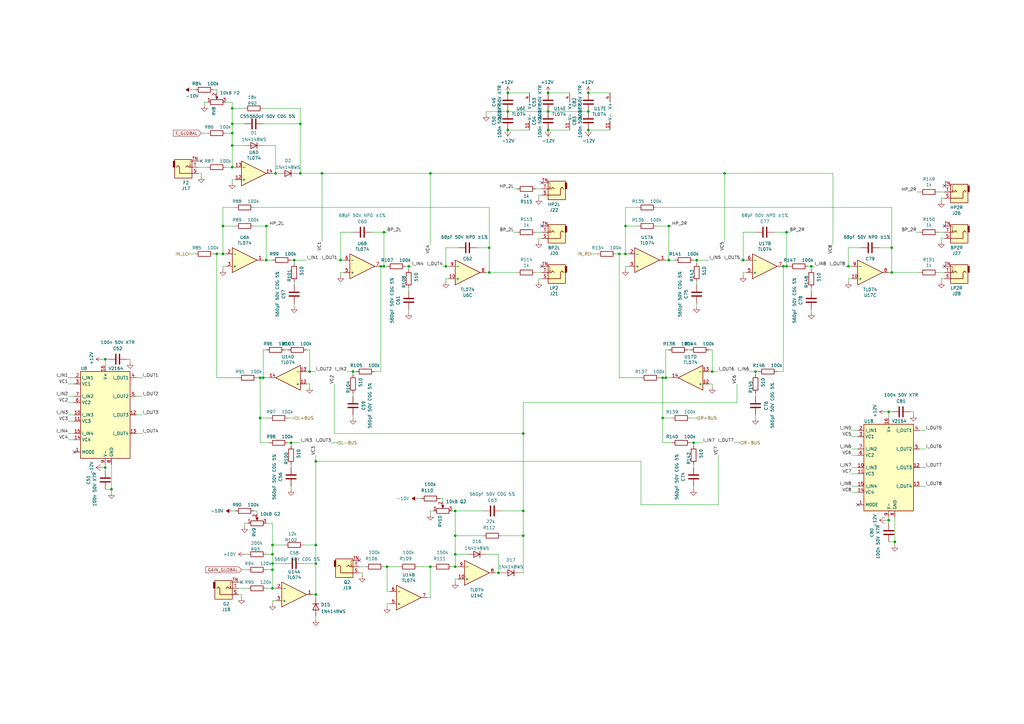
<source format=kicad_sch>
(kicad_sch (version 20230121) (generator eeschema)
  (paper "A3")
  (lib_symbols
    (symbol "Amplifier_Operational:TL074" (pin_names (offset 0.127))
      (property "Reference" "U" (at 0 5.08 0))
      (property "Value" "TL074" (at 0 -5.08 0))
      (symbol "TL074_1_1"
        (pin output line (at 7.62 0 180) (length 2.54) (name "~") (number "1"))
        (pin input line (at -7.62 -2.54 0) (length 2.54) (name "-") (number "2"))
        (pin input line (at -7.62 2.54 0) (length 2.54) (name "+") (number "3"))
      )
      (symbol "TL074_2_1"
        (pin input line (at -7.62 2.54 0) (length 2.54) (name "+") (number "5"))
        (pin input line (at -7.62 -2.54 0) (length 2.54) (name "-") (number "6"))
        (pin output line (at 7.62 0 180) (length 2.54) (name "~") (number "7"))
      )
      (symbol "TL074_3_1"
        (pin input line (at -7.62 2.54 0) (length 2.54) (name "+") (number "10"))
        (pin output line (at 7.62 0 180) (length 2.54) (name "~") (number "8"))
        (pin input line (at -7.62 -2.54 0) (length 2.54) (name "-") (number "9"))
      )
      (symbol "TL074_4_1"
        (pin input line (at -7.62 2.54 0) (length 2.54) (name "+") (number "12"))
        (pin input line (at -7.62 -2.54 0) (length 2.54) (name "-") (number "13"))
        (pin output line (at 7.62 0 180) (length 2.54) (name "~") (number "14"))
      )
      (symbol "TL074_5_1"
        (pin power_in line (at -2.54 -7.62 90) (length 3.81) (name "V-") (number "11"))
        (pin power_in line (at -2.54 7.62 270) (length 3.81) (name "V+") (number "4"))
      )
    )
    (symbol "Audio:SSI2164"
      (property "Reference" "U" (at -7.62 19.05 0))
      (property "Value" "SSI2164" (at 5.08 19.05 0))
      (symbol "SSI2164_1_1"
        (pin passive line (at -12.7 -15.24 0) (length 2.54) (name "MODE") (number "1"))
        (pin input line (at -12.7 0 0) (length 2.54) (name "I_IN3") (number "10"))
        (pin passive line (at -12.7 -2.54 0) (length 2.54) (name "VC3") (number "11"))
        (pin output line (at 12.7 0 180) (length 2.54) (name "I_OUT3") (number "12"))
        (pin output line (at 12.7 -7.62 180) (length 2.54) (name "I_OUT4") (number "13"))
        (pin passive line (at -12.7 -10.16 0) (length 2.54) (name "VC4") (number "14"))
        (pin input line (at -12.7 -7.62 0) (length 2.54) (name "I_IN4") (number "15"))
        (pin power_in line (at 0 20.32 270) (length 2.54) (name "V+") (number "16"))
        (pin input line (at -12.7 15.24 0) (length 2.54) (name "I_IN1") (number "2"))
        (pin passive line (at -12.7 12.7 0) (length 2.54) (name "VC1") (number "3"))
        (pin output line (at 12.7 15.24 180) (length 2.54) (name "I_OUT1") (number "4"))
        (pin output line (at 12.7 7.62 180) (length 2.54) (name "I_OUT2") (number "5"))
        (pin passive line (at -12.7 5.08 0) (length 2.54) (name "VC2") (number "6"))
        (pin input line (at -12.7 7.62 0) (length 2.54) (name "I_IN2") (number "7"))
        (pin power_in line (at 2.54 -20.32 90) (length 2.54) (name "GND") (number "8"))
        (pin power_in line (at 0 -20.32 90) (length 2.54) (name "V-") (number "9"))
      )
    )
    (symbol "Device:C" (pin_numbers hide) (pin_names (offset 0.254))
      (property "Reference" "C" (at 0.635 2.54 0))
      (property "Value" "C" (at 0.635 -2.54 0))
      (symbol "C_1_1"
        (pin passive line (at 0 3.81 270) (length 2.794) (name "~") (number "1"))
        (pin passive line (at 0 -3.81 90) (length 2.794) (name "~") (number "2"))
      )
    )
    (symbol "Device:R" (pin_numbers hide) (pin_names (offset 0))
      (property "Reference" "R" (at 2.032 0 90))
      (property "Value" "R" (at 0 0 90))
      (symbol "R_1_1"
        (pin passive line (at 0 3.81 270) (length 1.27) (name "~") (number "1"))
        (pin passive line (at 0 -3.81 90) (length 1.27) (name "~") (number "2"))
      )
    )
    (symbol "Device:R_POT" (pin_names (offset 1.016) hide)
      (property "Reference" "RV" (at -4.445 0 90))
      (property "Value" "Device_R_POT" (at -2.54 0 90))
      (symbol "R_POT_1_1"
        (pin passive line (at 0 3.81 270) (length 1.27) (name "1") (number "1"))
        (pin passive line (at 3.81 0 180) (length 1.27) (name "2") (number "2"))
        (pin passive line (at 0 -3.81 90) (length 1.27) (name "3") (number "3"))
      )
    )
    (symbol "Diode:1N4148WS" (pin_numbers hide) (pin_names (offset 1.016) hide)
      (property "Reference" "D" (at 0 2.54 0))
      (property "Value" "1N4148WS" (at 0 -2.54 0))
      (symbol "1N4148WS_1_1"
        (pin passive line (at -3.81 0 0) (length 2.54) (name "K") (number "1"))
        (pin passive line (at 3.81 0 180) (length 2.54) (name "A") (number "2"))
      )
    )
    (symbol "MySynthParts:-12V" (power) (pin_names (offset 0))
      (property "Value" "MySynthParts_-12V" (at 0 3.556 0))
      (symbol "-12V_1_1"
        (pin power_in line (at 0 0 90) (length 0) hide (name "-12V") (number "1"))
      )
    )
    (symbol "ad633muliply-rescue:AudioJack2_Ground_Switch-Connector" (pin_names (offset 1.016))
      (property "Reference" "J" (at 0 8.89 0))
      (property "Value" "AudioJack2_Ground_Switch-Connector" (at 0 6.35 0))
      (symbol "AudioJack2_Ground_Switch-Connector_1_1"
        (pin passive line (at 5.08 2.54 180) (length 2.54) (name "~") (number "S"))
        (pin passive line (at 5.08 0 180) (length 2.54) (name "~") (number "T"))
        (pin passive line (at 5.08 -2.54 180) (length 2.54) (name "~") (number "TN"))
      )
    )
    (symbol "power:+10V" (power) (pin_names (offset 0))
      (property "Value" "+10V" (at 0 3.556 0))
      (symbol "+10V_1_1"
        (pin power_in line (at 0 0 90) (length 0) hide (name "+10V") (number "1"))
      )
    )
    (symbol "power:+12V" (power) (pin_names (offset 0))
      (property "Value" "+12V" (at 0 3.556 0))
      (symbol "+12V_1_1"
        (pin power_in line (at 0 0 90) (length 0) hide (name "+12V") (number "1"))
      )
    )
    (symbol "power:-10V" (power) (pin_names (offset 0))
      (property "Value" "-10V" (at 0 3.81 0))
      (symbol "-10V_0_0"
        (pin power_in line (at 0 0 90) (length 0) hide (name "-10V") (number "1"))
      )
    )
    (symbol "power:GNDA" (power) (pin_names (offset 0))
      (property "Value" "GNDA" (at 0 -3.81 0))
      (symbol "GNDA_1_1"
        (pin power_in line (at 0 0 270) (length 0) hide (name "GNDA") (number "1"))
      )
    )
  )
  (junction (at 186.69 219.71))
  (junction (at 88.9 104.14))
  (junction (at 139.7 106.68))
  (junction (at 241.3 45.72))
  (junction (at 186.69 232.41))
  (junction (at 364.49 213.36))
  (junction (at 91.44 104.14))
  (junction (at 132.08 71.12))
  (junction (at 129.54 231.14))
  (junction (at 304.8 106.68))
  (junction (at 176.53 71.12))
  (junction (at 273.05 154.94))
  (junction (at 214.63 219.71))
  (junction (at 91.44 92.71))
  (junction (at 297.18 71.12))
  (junction (at 106.68 171.45))
  (junction (at 95.25 54.61))
  (junction (at 321.31 109.22))
  (junction (at 241.3 38.1))
  (junction (at 224.79 38.1))
  (junction (at 214.63 177.8))
  (junction (at 274.32 106.68))
  (junction (at 129.54 243.84))
  (junction (at 127 152.4))
  (junction (at 45.72 200.66))
  (junction (at 120.65 106.68))
  (junction (at 204.47 234.95))
  (junction (at 271.78 171.45))
  (junction (at 95.25 59.69))
  (junction (at 109.22 92.71))
  (junction (at 200.66 101.6))
  (junction (at 43.18 191.77))
  (junction (at 144.78 152.4))
  (junction (at 208.28 45.72))
  (junction (at 208.28 38.1))
  (junction (at 123.19 50.8))
  (junction (at 95.25 68.58))
  (junction (at 365.76 101.6))
  (junction (at 322.58 95.25))
  (junction (at 176.53 232.41))
  (junction (at 156.21 109.22))
  (junction (at 200.66 111.76))
  (junction (at 347.98 109.22))
  (junction (at 274.32 92.71))
  (junction (at 254 104.14))
  (junction (at 322.58 109.22))
  (junction (at 157.48 95.25))
  (junction (at 119.38 181.61))
  (junction (at 364.49 168.91))
  (junction (at 208.28 53.34))
  (junction (at 284.48 181.61))
  (junction (at 123.19 71.12))
  (junction (at 332.74 109.22))
  (junction (at 95.25 44.45))
  (junction (at 256.54 92.71))
  (junction (at 182.88 109.22))
  (junction (at 367.03 222.25))
  (junction (at 214.63 209.55))
  (junction (at 167.64 109.22))
  (junction (at 95.25 50.8))
  (junction (at 241.3 53.34))
  (junction (at 186.69 227.33))
  (junction (at 309.88 152.4))
  (junction (at 107.95 154.94))
  (junction (at 43.18 147.32))
  (junction (at 129.54 189.23))
  (junction (at 365.76 111.76))
  (junction (at 271.78 154.94))
  (junction (at 285.75 106.68))
  (junction (at 111.76 231.14))
  (junction (at 224.79 53.34))
  (junction (at 256.54 104.14))
  (junction (at 113.03 71.12))
  (junction (at 186.69 209.55))
  (junction (at 111.76 233.68))
  (junction (at 109.22 106.68))
  (junction (at 111.76 223.52))
  (junction (at 292.1 152.4))
  (junction (at 224.79 45.72))
  (junction (at 129.54 223.52))
  (junction (at 106.68 154.94))
  (junction (at 111.76 241.3))
  (junction (at 158.75 232.41))
  (junction (at 111.76 227.33))
  (junction (at 157.48 109.22))
  (no_connect (at 99.06 238.76))
  (no_connect (at 222.25 109.22))
  (no_connect (at 222.25 74.93))
  (no_connect (at 222.25 92.71))
  (no_connect (at 30.48 185.42))
  (no_connect (at 147.32 229.87))
  (no_connect (at 387.35 92.71))
  (no_connect (at 387.35 109.22))
  (no_connect (at 82.55 66.04))
  (no_connect (at 387.35 76.2))
  (no_connect (at 351.79 207.01))
  (wire (pts (xy 332.74 118.11) (xy 332.74 119.38)))
  (wire (pts (xy 100.33 214.63) (xy 101.6 214.63)))
  (wire (pts (xy 364.49 213.36) (xy 364.49 214.63)))
  (wire (pts (xy 184.15 109.22) (xy 182.88 109.22)))
  (wire (pts (xy 147.32 234.95) (xy 148.59 234.95)))
  (wire (pts (xy 99.06 245.11) (xy 99.06 243.84)))
  (wire (pts (xy 95.25 59.69) (xy 95.25 68.58)))
  (wire (pts (xy 365.76 111.76) (xy 364.49 111.76)))
  (wire (pts (xy 129.54 186.69) (xy 129.54 189.23)))
  (wire (pts (xy 116.84 231.14) (xy 111.76 231.14)))
  (wire (pts (xy 309.88 161.29) (xy 309.88 162.56)))
  (wire (pts (xy 95.25 68.58) (xy 96.52 68.58)))
  (wire (pts (xy 185.42 209.55) (xy 186.69 209.55)))
  (wire (pts (xy 306.07 111.76) (xy 304.8 111.76)))
  (wire (pts (xy 309.88 152.4) (xy 309.88 153.67)))
  (wire (pts (xy 283.21 181.61) (xy 284.48 181.61)))
  (wire (pts (xy 377.19 191.77) (xy 379.73 191.77)))
  (wire (pts (xy 139.7 111.76) (xy 139.7 113.03)))
  (wire (pts (xy 186.69 237.49) (xy 186.69 238.76)))
  (wire (pts (xy 139.7 106.68) (xy 140.97 106.68)))
  (wire (pts (xy 167.64 127) (xy 167.64 128.27)))
  (wire (pts (xy 119.38 199.39) (xy 119.38 200.66)))
  (wire (pts (xy 274.32 92.71) (xy 274.32 106.68)))
  (wire (pts (xy 113.03 246.38) (xy 111.76 246.38)))
  (wire (pts (xy 158.75 232.41) (xy 158.75 242.57)))
  (wire (pts (xy 156.21 152.4) (xy 153.67 152.4)))
  (wire (pts (xy 219.71 95.25) (xy 222.25 95.25)))
  (wire (pts (xy 274.32 106.68) (xy 276.86 106.68)))
  (wire (pts (xy 95.25 54.61) (xy 95.25 59.69)))
  (wire (pts (xy 375.92 78.74) (xy 377.19 78.74)))
  (wire (pts (xy 377.19 199.39) (xy 379.73 199.39)))
  (wire (pts (xy 182.88 109.22) (xy 182.88 101.6)))
  (wire (pts (xy 27.94 170.18) (xy 30.48 170.18)))
  (wire (pts (xy 261.62 85.09) (xy 256.54 85.09)))
  (wire (pts (xy 284.48 181.61) (xy 284.48 182.88)))
  (wire (pts (xy 262.89 207.01) (xy 294.64 207.01)))
  (wire (pts (xy 109.22 106.68) (xy 111.76 106.68)))
  (wire (pts (xy 367.03 222.25) (xy 364.49 222.25)))
  (wire (pts (xy 297.18 71.12) (xy 297.18 99.06)))
  (wire (pts (xy 224.79 38.1) (xy 233.68 38.1)))
  (wire (pts (xy 300.99 181.61) (xy 303.53 181.61)))
  (wire (pts (xy 341.63 71.12) (xy 297.18 71.12)))
  (wire (pts (xy 349.25 109.22) (xy 347.98 109.22)))
  (wire (pts (xy 375.92 95.25) (xy 377.19 95.25)))
  (wire (pts (xy 274.32 143.51) (xy 273.05 143.51)))
  (wire (pts (xy 321.31 109.22) (xy 321.31 152.4)))
  (wire (pts (xy 83.82 43.18) (xy 83.82 41.91)))
  (wire (pts (xy 367.03 222.25) (xy 367.03 223.52)))
  (wire (pts (xy 129.54 252.73) (xy 129.54 254)))
  (wire (pts (xy 199.39 45.72) (xy 208.28 45.72)))
  (wire (pts (xy 199.39 227.33) (xy 204.47 227.33)))
  (wire (pts (xy 124.46 223.52) (xy 129.54 223.52)))
  (wire (pts (xy 106.68 181.61) (xy 106.68 171.45)))
  (wire (pts (xy 107.95 143.51) (xy 107.95 154.94)))
  (wire (pts (xy 142.24 152.4) (xy 144.78 152.4)))
  (wire (pts (xy 109.22 92.71) (xy 109.22 106.68)))
  (wire (pts (xy 220.98 81.28) (xy 220.98 80.01)))
  (wire (pts (xy 87.63 36.83) (xy 88.9 36.83)))
  (wire (pts (xy 111.76 214.63) (xy 111.76 223.52)))
  (wire (pts (xy 347.98 109.22) (xy 347.98 101.6)))
  (wire (pts (xy 332.74 109.22) (xy 332.74 110.49)))
  (wire (pts (xy 104.14 85.09) (xy 200.66 85.09)))
  (wire (pts (xy 111.76 246.38) (xy 111.76 247.65)))
  (wire (pts (xy 91.44 109.22) (xy 91.44 110.49)))
  (wire (pts (xy 285.75 124.46) (xy 285.75 125.73)))
  (wire (pts (xy 91.44 85.09) (xy 91.44 92.71)))
  (wire (pts (xy 302.26 157.48) (xy 302.26 165.1)))
  (wire (pts (xy 111.76 241.3) (xy 113.03 241.3)))
  (wire (pts (xy 129.54 231.14) (xy 124.46 231.14)))
  (wire (pts (xy 292.1 157.48) (xy 290.83 157.48)))
  (wire (pts (xy 262.89 207.01) (xy 262.89 189.23)))
  (wire (pts (xy 187.96 237.49) (xy 186.69 237.49)))
  (wire (pts (xy 100.33 215.9) (xy 100.33 214.63)))
  (wire (pts (xy 92.71 68.58) (xy 95.25 68.58)))
  (wire (pts (xy 349.25 186.69) (xy 351.79 186.69)))
  (wire (pts (xy 208.28 38.1) (xy 217.17 38.1)))
  (wire (pts (xy 261.62 92.71) (xy 256.54 92.71)))
  (wire (pts (xy 125.73 143.51) (xy 127 143.51)))
  (wire (pts (xy 200.66 85.09) (xy 200.66 101.6)))
  (wire (pts (xy 274.32 106.68) (xy 273.05 106.68)))
  (wire (pts (xy 43.18 191.77) (xy 43.18 193.04)))
  (wire (pts (xy 158.75 247.65) (xy 158.75 248.92)))
  (wire (pts (xy 290.83 152.4) (xy 292.1 152.4)))
  (wire (pts (xy 111.76 223.52) (xy 116.84 223.52)))
  (wire (pts (xy 171.45 204.47) (xy 172.72 204.47)))
  (wire (pts (xy 367.03 212.09) (xy 367.03 222.25)))
  (wire (pts (xy 106.68 171.45) (xy 106.68 154.94)))
  (wire (pts (xy 275.59 181.61) (xy 271.78 181.61)))
  (wire (pts (xy 214.63 209.55) (xy 214.63 219.71)))
  (wire (pts (xy 96.52 73.66) (xy 95.25 73.66)))
  (wire (pts (xy 144.78 170.18) (xy 144.78 171.45)))
  (wire (pts (xy 285.75 115.57) (xy 285.75 116.84)))
  (wire (pts (xy 214.63 165.1) (xy 214.63 177.8)))
  (wire (pts (xy 118.11 171.45) (xy 120.65 171.45)))
  (wire (pts (xy 96.52 85.09) (xy 91.44 85.09)))
  (wire (pts (xy 44.45 147.32) (xy 43.18 147.32)))
  (wire (pts (xy 292.1 143.51) (xy 292.1 152.4)))
  (wire (pts (xy 127 158.75) (xy 127 157.48)))
  (wire (pts (xy 386.08 81.28) (xy 387.35 81.28)))
  (wire (pts (xy 349.25 191.77) (xy 351.79 191.77)))
  (wire (pts (xy 132.08 71.12) (xy 176.53 71.12)))
  (wire (pts (xy 220.98 114.3) (xy 222.25 114.3)))
  (wire (pts (xy 271.78 154.94) (xy 273.05 154.94)))
  (wire (pts (xy 304.8 111.76) (xy 304.8 113.03)))
  (wire (pts (xy 109.22 106.68) (xy 107.95 106.68)))
  (wire (pts (xy 365.76 101.6) (xy 365.76 111.76)))
  (wire (pts (xy 250.19 53.34) (xy 241.3 53.34)))
  (wire (pts (xy 275.59 171.45) (xy 271.78 171.45)))
  (wire (pts (xy 285.75 107.95) (xy 285.75 106.68)))
  (wire (pts (xy 256.54 85.09) (xy 256.54 92.71)))
  (wire (pts (xy 110.49 171.45) (xy 106.68 171.45)))
  (wire (pts (xy 185.42 232.41) (xy 186.69 232.41)))
  (wire (pts (xy 121.92 71.12) (xy 123.19 71.12)))
  (wire (pts (xy 204.47 227.33) (xy 204.47 234.95)))
  (wire (pts (xy 95.25 50.8) (xy 95.25 54.61)))
  (wire (pts (xy 111.76 227.33) (xy 111.76 231.14)))
  (wire (pts (xy 99.06 233.68) (xy 101.6 233.68)))
  (wire (pts (xy 88.9 154.94) (xy 88.9 104.14)))
  (wire (pts (xy 186.69 232.41) (xy 187.96 232.41)))
  (wire (pts (xy 107.95 59.69) (xy 113.03 59.69)))
  (wire (pts (xy 99.06 238.76) (xy 97.79 238.76)))
  (wire (pts (xy 176.53 209.55) (xy 177.8 209.55)))
  (wire (pts (xy 152.4 95.25) (xy 157.48 95.25)))
  (wire (pts (xy 87.63 104.14) (xy 88.9 104.14)))
  (wire (pts (xy 219.71 77.47) (xy 222.25 77.47)))
  (wire (pts (xy 349.25 176.53) (xy 351.79 176.53)))
  (wire (pts (xy 119.38 181.61) (xy 123.19 181.61)))
  (wire (pts (xy 55.88 170.18) (xy 58.42 170.18)))
  (wire (pts (xy 180.34 204.47) (xy 181.61 204.47)))
  (wire (pts (xy 181.61 109.22) (xy 182.88 109.22)))
  (wire (pts (xy 138.43 106.68) (xy 139.7 106.68)))
  (wire (pts (xy 107.95 50.8) (xy 123.19 50.8)))
  (wire (pts (xy 374.65 170.18) (xy 374.65 168.91)))
  (wire (pts (xy 53.34 147.32) (xy 52.07 147.32)))
  (wire (pts (xy 205.74 209.55) (xy 214.63 209.55)))
  (wire (pts (xy 386.08 115.57) (xy 386.08 114.3)))
  (wire (pts (xy 271.78 171.45) (xy 271.78 154.94)))
  (wire (pts (xy 27.94 157.48) (xy 30.48 157.48)))
  (wire (pts (xy 311.15 152.4) (xy 309.88 152.4)))
  (wire (pts (xy 129.54 231.14) (xy 129.54 243.84)))
  (wire (pts (xy 210.82 77.47) (xy 212.09 77.47)))
  (wire (pts (xy 283.21 171.45) (xy 285.75 171.45)))
  (wire (pts (xy 176.53 232.41) (xy 171.45 232.41)))
  (wire (pts (xy 119.38 190.5) (xy 119.38 191.77)))
  (wire (pts (xy 129.54 243.84) (xy 129.54 245.11)))
  (wire (pts (xy 341.63 100.33) (xy 341.63 71.12)))
  (wire (pts (xy 199.39 45.72) (xy 199.39 46.99)))
  (wire (pts (xy 220.98 80.01) (xy 222.25 80.01)))
  (wire (pts (xy 144.78 161.29) (xy 144.78 162.56)))
  (wire (pts (xy 210.82 95.25) (xy 212.09 95.25)))
  (wire (pts (xy 284.48 190.5) (xy 284.48 191.77)))
  (wire (pts (xy 270.51 154.94) (xy 271.78 154.94)))
  (wire (pts (xy 95.25 44.45) (xy 100.33 44.45)))
  (wire (pts (xy 204.47 234.95) (xy 203.2 234.95)))
  (wire (pts (xy 104.14 209.55) (xy 105.41 209.55)))
  (wire (pts (xy 82.55 72.39) (xy 82.55 71.12)))
  (wire (pts (xy 45.72 200.66) (xy 45.72 201.93)))
  (wire (pts (xy 285.75 106.68) (xy 290.83 106.68)))
  (wire (pts (xy 128.27 243.84) (xy 129.54 243.84)))
  (wire (pts (xy 349.25 114.3) (xy 347.98 114.3)))
  (wire (pts (xy 360.68 101.6) (xy 365.76 101.6)))
  (wire (pts (xy 204.47 234.95) (xy 205.74 234.95)))
  (wire (pts (xy 307.34 152.4) (xy 309.88 152.4)))
  (wire (pts (xy 167.64 118.11) (xy 167.64 119.38)))
  (wire (pts (xy 331.47 109.22) (xy 332.74 109.22)))
  (wire (pts (xy 257.81 109.22) (xy 256.54 109.22)))
  (wire (pts (xy 97.79 154.94) (xy 88.9 154.94)))
  (wire (pts (xy 139.7 95.25) (xy 139.7 106.68)))
  (wire (pts (xy 120.65 106.68) (xy 119.38 106.68)))
  (wire (pts (xy 111.76 231.14) (xy 111.76 233.68)))
  (wire (pts (xy 82.55 66.04) (xy 81.28 66.04)))
  (wire (pts (xy 55.88 162.56) (xy 58.42 162.56)))
  (wire (pts (xy 347.98 101.6) (xy 353.06 101.6)))
  (wire (pts (xy 364.49 168.91) (xy 364.49 171.45)))
  (wire (pts (xy 167.64 109.22) (xy 168.91 109.22)))
  (wire (pts (xy 386.08 114.3) (xy 387.35 114.3)))
  (wire (pts (xy 118.11 181.61) (xy 119.38 181.61)))
  (wire (pts (xy 176.53 210.82) (xy 176.53 209.55)))
  (wire (pts (xy 146.05 152.4) (xy 144.78 152.4)))
  (wire (pts (xy 43.18 147.32) (xy 43.18 149.86)))
  (wire (pts (xy 200.66 101.6) (xy 200.66 111.76)))
  (wire (pts (xy 144.78 152.4) (xy 144.78 153.67)))
  (wire (pts (xy 377.19 176.53) (xy 379.73 176.53)))
  (wire (pts (xy 195.58 101.6) (xy 200.66 101.6)))
  (wire (pts (xy 53.34 148.59) (xy 53.34 147.32)))
  (wire (pts (xy 96.52 92.71) (xy 91.44 92.71)))
  (wire (pts (xy 292.1 158.75) (xy 292.1 157.48)))
  (wire (pts (xy 43.18 147.32) (xy 41.91 147.32)))
  (wire (pts (xy 157.48 109.22) (xy 158.75 109.22)))
  (wire (pts (xy 182.88 114.3) (xy 182.88 115.57)))
  (wire (pts (xy 365.76 85.09) (xy 365.76 101.6)))
  (wire (pts (xy 386.08 97.79) (xy 387.35 97.79)))
  (wire (pts (xy 135.89 181.61) (xy 138.43 181.61)))
  (wire (pts (xy 125.73 152.4) (xy 127 152.4)))
  (wire (pts (xy 95.25 41.91) (xy 95.25 44.45)))
  (wire (pts (xy 217.17 53.34) (xy 208.28 53.34)))
  (wire (pts (xy 284.48 181.61) (xy 288.29 181.61)))
  (wire (pts (xy 27.94 180.34) (xy 30.48 180.34)))
  (wire (pts (xy 256.54 109.22) (xy 256.54 110.49)))
  (wire (pts (xy 303.53 106.68) (xy 304.8 106.68)))
  (wire (pts (xy 120.65 106.68) (xy 125.73 106.68)))
  (wire (pts (xy 273.05 143.51) (xy 273.05 154.94)))
  (wire (pts (xy 132.08 71.12) (xy 132.08 99.06)))
  (wire (pts (xy 92.71 41.91) (xy 95.25 41.91)))
  (wire (pts (xy 290.83 143.51) (xy 292.1 143.51)))
  (wire (pts (xy 166.37 109.22) (xy 167.64 109.22)))
  (wire (pts (xy 27.94 165.1) (xy 30.48 165.1)))
  (wire (pts (xy 274.32 92.71) (xy 275.59 92.71)))
  (wire (pts (xy 349.25 201.93) (xy 351.79 201.93)))
  (wire (pts (xy 43.18 190.5) (xy 43.18 191.77)))
  (wire (pts (xy 83.82 41.91) (xy 85.09 41.91)))
  (wire (pts (xy 113.03 71.12) (xy 114.3 71.12)))
  (wire (pts (xy 254 104.14) (xy 256.54 104.14)))
  (wire (pts (xy 176.53 232.41) (xy 177.8 232.41)))
  (wire (pts (xy 176.53 245.11) (xy 176.53 232.41)))
  (wire (pts (xy 88.9 36.83) (xy 88.9 38.1)))
  (wire (pts (xy 285.75 106.68) (xy 284.48 106.68)))
  (wire (pts (xy 81.28 71.12) (xy 82.55 71.12)))
  (wire (pts (xy 242.57 104.14) (xy 245.11 104.14)))
  (wire (pts (xy 198.12 209.55) (xy 186.69 209.55)))
  (wire (pts (xy 92.71 109.22) (xy 91.44 109.22)))
  (wire (pts (xy 271.78 181.61) (xy 271.78 171.45)))
  (wire (pts (xy 184.15 114.3) (xy 182.88 114.3)))
  (wire (pts (xy 95.25 73.66) (xy 95.25 74.93)))
  (wire (pts (xy 384.81 78.74) (xy 387.35 78.74)))
  (wire (pts (xy 157.48 109.22) (xy 156.21 109.22)))
  (wire (pts (xy 349.25 194.31) (xy 351.79 194.31)))
  (wire (pts (xy 377.19 184.15) (xy 379.73 184.15)))
  (wire (pts (xy 105.41 154.94) (xy 106.68 154.94)))
  (wire (pts (xy 123.19 71.12) (xy 123.19 50.8)))
  (wire (pts (xy 364.49 168.91) (xy 363.22 168.91)))
  (wire (pts (xy 219.71 111.76) (xy 222.25 111.76)))
  (wire (pts (xy 116.84 143.51) (xy 118.11 143.51)))
  (wire (pts (xy 157.48 232.41) (xy 158.75 232.41)))
  (wire (pts (xy 297.18 71.12) (xy 176.53 71.12)))
  (wire (pts (xy 78.74 36.83) (xy 80.01 36.83)))
  (wire (pts (xy 220.98 99.06) (xy 220.98 97.79)))
  (wire (pts (xy 304.8 95.25) (xy 304.8 106.68)))
  (wire (pts (xy 256.54 104.14) (xy 257.81 104.14)))
  (wire (pts (xy 82.55 54.61) (xy 85.09 54.61)))
  (wire (pts (xy 233.68 53.34) (xy 224.79 53.34)))
  (wire (pts (xy 281.94 143.51) (xy 283.21 143.51)))
  (wire (pts (xy 384.81 95.25) (xy 387.35 95.25)))
  (wire (pts (xy 332.74 127) (xy 332.74 128.27)))
  (wire (pts (xy 111.76 71.12) (xy 113.03 71.12)))
  (wire (pts (xy 186.69 219.71) (xy 186.69 227.33)))
  (wire (pts (xy 214.63 219.71) (xy 205.74 219.71)))
  (wire (pts (xy 110.49 181.61) (xy 106.68 181.61)))
  (wire (pts (xy 43.18 191.77) (xy 41.91 191.77)))
  (wire (pts (xy 186.69 209.55) (xy 186.69 219.71)))
  (wire (pts (xy 120.65 107.95) (xy 120.65 106.68)))
  (wire (pts (xy 95.25 209.55) (xy 96.52 209.55)))
  (wire (pts (xy 129.54 189.23) (xy 129.54 223.52)))
  (wire (pts (xy 119.38 181.61) (xy 119.38 182.88)))
  (wire (pts (xy 349.25 199.39) (xy 351.79 199.39)))
  (wire (pts (xy 191.77 227.33) (xy 186.69 227.33)))
  (wire (pts (xy 322.58 95.25) (xy 322.58 109.22)))
  (wire (pts (xy 269.24 85.09) (xy 365.76 85.09)))
  (wire (pts (xy 365.76 168.91) (xy 364.49 168.91)))
  (wire (pts (xy 106.68 154.94) (xy 107.95 154.94)))
  (wire (pts (xy 349.25 184.15) (xy 351.79 184.15)))
  (wire (pts (xy 127 152.4) (xy 129.54 152.4)))
  (wire (pts (xy 214.63 234.95) (xy 214.63 219.71)))
  (wire (pts (xy 256.54 92.71) (xy 256.54 104.14)))
  (wire (pts (xy 213.36 234.95) (xy 214.63 234.95)))
  (wire (pts (xy 167.64 109.22) (xy 167.64 110.49)))
  (wire (pts (xy 176.53 100.33) (xy 176.53 71.12)))
  (wire (pts (xy 157.48 95.25) (xy 157.48 109.22)))
  (wire (pts (xy 88.9 104.14) (xy 91.44 104.14)))
  (wire (pts (xy 120.65 115.57) (xy 120.65 116.84)))
  (wire (pts (xy 269.24 92.71) (xy 274.32 92.71)))
  (wire (pts (xy 346.71 109.22) (xy 347.98 109.22)))
  (wire (pts (xy 208.28 45.72) (xy 224.79 45.72)))
  (wire (pts (xy 97.79 243.84) (xy 99.06 243.84)))
  (wire (pts (xy 55.88 177.8) (xy 58.42 177.8)))
  (wire (pts (xy 27.94 172.72) (xy 30.48 172.72)))
  (wire (pts (xy 157.48 95.25) (xy 158.75 95.25)))
  (wire (pts (xy 186.69 227.33) (xy 186.69 232.41)))
  (wire (pts (xy 92.71 54.61) (xy 95.25 54.61)))
  (wire (pts (xy 200.66 111.76) (xy 199.39 111.76)))
  (wire (pts (xy 95.25 59.69) (xy 100.33 59.69)))
  (wire (pts (xy 181.61 204.47) (xy 181.61 205.74)))
  (wire (pts (xy 148.59 234.95) (xy 148.59 236.22)))
  (wire (pts (xy 97.79 241.3) (xy 101.6 241.3)))
  (wire (pts (xy 55.88 154.94) (xy 58.42 154.94)))
  (wire (pts (xy 332.74 109.22) (xy 334.01 109.22)))
  (wire (pts (xy 109.22 241.3) (xy 111.76 241.3)))
  (wire (pts (xy 175.26 245.11) (xy 176.53 245.11)))
  (wire (pts (xy 294.64 186.69) (xy 294.64 207.01)))
  (wire (pts (xy 127 143.51) (xy 127 152.4)))
  (wire (pts (xy 252.73 104.14) (xy 254 104.14)))
  (wire (pts (xy 120.65 124.46) (xy 120.65 125.73)))
  (wire (pts (xy 109.22 233.68) (xy 111.76 233.68)))
  (wire (pts (xy 182.88 101.6) (xy 187.96 101.6)))
  (wire (pts (xy 100.33 227.33) (xy 101.6 227.33)))
  (wire (pts (xy 132.08 71.12) (xy 123.19 71.12)))
  (wire (pts (xy 140.97 111.76) (xy 139.7 111.76)))
  (wire (pts (xy 309.88 170.18) (xy 309.88 171.45)))
  (wire (pts (xy 384.81 111.76) (xy 387.35 111.76)))
  (wire (pts (xy 81.28 68.58) (xy 85.09 68.58)))
  (wire (pts (xy 224.79 45.72) (xy 241.3 45.72)))
  (wire (pts (xy 386.08 99.06) (xy 386.08 97.79)))
  (wire (pts (xy 322.58 95.25) (xy 323.85 95.25)))
  (wire (pts (xy 321.31 152.4) (xy 318.77 152.4)))
  (wire (pts (xy 129.54 223.52) (xy 129.54 231.14)))
  (wire (pts (xy 273.05 154.94) (xy 275.59 154.94)))
  (wire (pts (xy 109.22 143.51) (xy 107.95 143.51)))
  (wire (pts (xy 137.16 157.48) (xy 137.16 177.8)))
  (wire (pts (xy 109.22 92.71) (xy 110.49 92.71)))
  (wire (pts (xy 349.25 179.07) (xy 351.79 179.07)))
  (wire (pts (xy 107.95 44.45) (xy 123.19 44.45)))
  (wire (pts (xy 45.72 190.5) (xy 45.72 200.66)))
  (wire (pts (xy 347.98 114.3) (xy 347.98 115.57)))
  (wire (pts (xy 304.8 106.68) (xy 306.07 106.68)))
  (wire (pts (xy 104.14 92.71) (xy 109.22 92.71)))
  (wire (pts (xy 292.1 152.4) (xy 294.64 152.4)))
  (wire (pts (xy 95.25 44.45) (xy 95.25 50.8)))
  (wire (pts (xy 91.44 92.71) (xy 91.44 104.14)))
  (wire (pts (xy 220.98 97.79) (xy 222.25 97.79)))
  (wire (pts (xy 144.78 95.25) (xy 139.7 95.25)))
  (wire (pts (xy 254 154.94) (xy 254 104.14)))
  (wire (pts (xy 147.32 232.41) (xy 149.86 232.41)))
  (wire (pts (xy 27.94 154.94) (xy 30.48 154.94)))
  (wire (pts (xy 107.95 154.94) (xy 110.49 154.94)))
  (wire (pts (xy 365.76 111.76) (xy 377.19 111.76)))
  (wire (pts (xy 241.3 38.1) (xy 250.19 38.1)))
  (wire (pts (xy 262.89 154.94) (xy 254 154.94)))
  (wire (pts (xy 160.02 247.65) (xy 158.75 247.65)))
  (wire (pts (xy 163.83 232.41) (xy 158.75 232.41)))
  (wire (pts (xy 111.76 233.68) (xy 111.76 241.3)))
  (wire (pts (xy 111.76 223.52) (xy 111.76 227.33)))
  (wire (pts (xy 200.66 111.76) (xy 212.09 111.76)))
  (wire (pts (xy 322.58 109.22) (xy 323.85 109.22)))
  (wire (pts (xy 127 157.48) (xy 125.73 157.48)))
  (wire (pts (xy 109.22 214.63) (xy 111.76 214.63)))
  (wire (pts (xy 129.54 189.23) (xy 262.89 189.23)))
  (wire (pts (xy 45.72 200.66) (xy 43.18 200.66)))
  (wire (pts (xy 186.69 219.71) (xy 198.12 219.71)))
  (wire (pts (xy 123.19 50.8) (xy 123.19 44.45)))
  (wire (pts (xy 27.94 162.56) (xy 30.48 162.56)))
  (wire (pts (xy 214.63 177.8) (xy 214.63 209.55)))
  (wire (pts (xy 100.33 50.8) (xy 95.25 50.8)))
  (wire (pts (xy 137.16 177.8) (xy 214.63 177.8)))
  (wire (pts (xy 364.49 213.36) (xy 363.22 213.36)))
  (wire (pts (xy 364.49 212.09) (xy 364.49 213.36)))
  (wire (pts (xy 284.48 199.39) (xy 284.48 200.66)))
  (wire (pts (xy 91.44 104.14) (xy 92.71 104.14)))
  (wire (pts (xy 156.21 109.22) (xy 156.21 152.4)))
  (wire (pts (xy 158.75 242.57) (xy 160.02 242.57)))
  (wire (pts (xy 317.5 95.25) (xy 322.58 95.25)))
  (wire (pts (xy 309.88 95.25) (xy 304.8 95.25)))
  (wire (pts (xy 374.65 168.91) (xy 373.38 168.91)))
  (wire (pts (xy 109.22 227.33) (xy 111.76 227.33)))
  (wire (pts (xy 113.03 59.69) (xy 113.03 71.12)))
  (wire (pts (xy 220.98 115.57) (xy 220.98 114.3)))
  (wire (pts (xy 105.41 209.55) (xy 105.41 210.82)))
  (wire (pts (xy 27.94 177.8) (xy 30.48 177.8)))
  (wire (pts (xy 214.63 165.1) (xy 302.26 165.1)))
  (wire (pts (xy 77.47 104.14) (xy 80.01 104.14)))
  (wire (pts (xy 322.58 109.22) (xy 321.31 109.22)))
  (wire (pts (xy 386.08 82.55) (xy 386.08 81.28)))
  (label "I_OUT8" (at 379.73 199.39 0))
  (label "BP_2R" (at 323.85 95.25 0))
  (label "VC3" (at 129.54 186.69 90))
  (label "I_OUT8" (at 346.71 109.22 180))
  (label "I_OUT6" (at 294.64 152.4 0))
  (label "I_IN4" (at 27.94 177.8 180))
  (label "I_OUT3" (at 58.42 170.18 0))
  (label "I_OUT3" (at 135.89 181.61 180))
  (label "I_OUT7" (at 300.99 181.61 180))
  (label "HP_2R" (at 275.59 92.71 0))
  (label "I_IN4" (at 168.91 109.22 0))
  (label "I_IN5" (at 349.25 176.53 180))
  (label "HP_2L" (at 210.82 77.47 180))
  (label "BP_2L" (at 210.82 95.25 180))
  (label "VC8" (at 341.63 100.33 270))
  (label "BP_2L" (at 158.75 95.25 0))
  (label "I_OUT4" (at 58.42 177.8 0))
  (label "VC4" (at 27.94 180.34 180))
  (label "I_IN5" (at 290.83 106.68 0))
  (label "I_IN7" (at 349.25 191.77 180))
  (label "I_IN6" (at 349.25 184.15 180))
  (label "VC2" (at 27.94 165.1 180))
  (label "I_OUT5" (at 303.53 106.68 180))
  (label "I_IN1" (at 27.94 154.94 180))
  (label "I_IN2" (at 142.24 152.4 180))
  (label "VC1" (at 132.08 99.06 270))
  (label "VC4" (at 176.53 100.33 270))
  (label "I_OUT6" (at 379.73 184.15 0))
  (label "I_OUT1" (at 138.43 106.68 180))
  (label "I_OUT7" (at 379.73 191.77 0))
  (label "VC1" (at 27.94 157.48 180))
  (label "I_OUT1" (at 58.42 154.94 0))
  (label "I_IN6" (at 307.34 152.4 180))
  (label "VC7" (at 294.64 186.69 90))
  (label "I_OUT2" (at 129.54 152.4 0))
  (label "I_IN1" (at 125.73 106.68 0))
  (label "I_IN3" (at 27.94 170.18 180))
  (label "HP_2L" (at 110.49 92.71 0))
  (label "VC5" (at 349.25 179.07 180))
  (label "BP_2R" (at 375.92 95.25 180))
  (label "I_OUT5" (at 379.73 176.53 0))
  (label "VC3" (at 27.94 172.72 180))
  (label "VC6" (at 349.25 186.69 180))
  (label "HP_2R" (at 375.92 78.74 180))
  (label "I_IN8" (at 334.01 109.22 0))
  (label "VC2" (at 137.16 157.48 90))
  (label "VC8" (at 349.25 201.93 180))
  (label "I_OUT4" (at 181.61 109.22 180))
  (label "I_OUT2" (at 58.42 162.56 0))
  (label "I_IN2" (at 27.94 162.56 180))
  (label "VC7" (at 349.25 194.31 180))
  (label "I_IN8" (at 349.25 199.39 180))
  (label "I_IN7" (at 288.29 181.61 0))
  (label "VC6" (at 302.26 157.48 90))
  (label "VC5" (at 297.18 99.06 270))
  (label "I_IN3" (at 123.19 181.61 0))
  (global_label "GAIN_GLOBAL" (shape input) (at 99.06 233.68 180) (property "Intersheetrefs" "${INTERSHEET_REFS}" (effects hide)))
  (global_label "F_GLOBAL" (shape input) (at 82.55 54.61 180) (property "Intersheetrefs" "${INTERSHEET_REFS}" (effects hide)))
  (hierarchical_label "R+BUS" (shape input) (at 285.75 171.45 0))
  (hierarchical_label "R-BUS" (shape input) (at 303.53 181.61 0))
  (hierarchical_label "IN_R" (shape input) (at 242.57 104.14 180))
  (hierarchical_label "L-BUS" (shape input) (at 138.43 181.61 0))
  (hierarchical_label "L+BUS" (shape input) (at 120.65 171.45 0))
  (hierarchical_label "IN_L" (shape input) (at 77.47 104.14 180))
  (symbol (lib_id "power:GNDA") (at 144.78 171.45 0) (mirror y) (unit 1)
    (property "Reference" "#PWR0226" (effects hide))
    (property "Value" "GNDA" (effects hide))
  )
  (symbol (lib_id "power:GNDA") (at 386.08 99.06 0) (unit 1)
    (property "Reference" "#PWR0261" (effects hide))
    (property "Value" "GNDA" (effects hide))
  )
  (symbol (lib_id "Amplifier_Operational:TL074") (at 167.64 245.11 0) (mirror x) (unit 2)
    (property "Reference" "U14" (at 167.64 235.7882 0))
    (property "Value" "TL074" (at 167.64 238.0996 0))
    (property "Footprint" "Package_SO:SOIC-14_3.9x8.7mm_P1.27mm" (effects hide))
    (property "Datasheet" "http://www.ti.com/lit/ds/symlink/tl071.pdf" (effects hide))
    (property "LCSC" "C96507" (effects hide))
  )
  (symbol (lib_id "Device:R") (at 105.41 241.3 90) (unit 1)
    (property "Reference" "R95" (at 104.2416 239.522 90) (effects (justify left top)))
    (property "Value" "120k" (at 106.553 239.522 90) (effects (justify right top)))
    (property "Footprint" "Resistor_SMD:R_0402_1005Metric" (effects hide))
  )
  (symbol (lib_id "Device:R") (at 100.33 209.55 90) (unit 1)
    (property "Reference" "R90" (at 99.1616 207.772 90) (effects (justify left top)))
    (property "Value" "100k" (at 101.473 207.772 90) (effects (justify right top)))
    (property "Footprint" "Resistor_SMD:R_0402_1005Metric" (effects hide))
    (property "Datasheet" "https://datasheet.lcsc.com/lcsc/1811141827_Viking-Tech-AR02DTD1003_C319963.pdf" (effects hide))
    (property "LCSC" "C319963" (effects hide))
  )
  (symbol (lib_id "Device:R") (at 215.9 95.25 90) (mirror x) (unit 1)
    (property "Reference" "R113" (at 215.9 89.9922 90))
    (property "Value" "1k" (at 215.9 92.3036 90))
    (property "Footprint" "Resistor_SMD:R_0603_1608Metric" (effects hide))
    (property "Datasheet" "https://datasheet.lcsc.com/lcsc/2004231634_Resistor.Today-PTFR0603B1K00N9_C394536.pdf" (effects hide))
    (property "LCSC" "C394536" (effects hide))
  )
  (symbol (lib_id "Device:R") (at 309.88 157.48 180) (unit 1)
    (property "Reference" "R145" (at 308.61 156.21 90) (effects (justify left top)))
    (property "Value" "510" (at 313.69 158.75 90) (effects (justify right top)))
    (property "Footprint" "Resistor_SMD:R_0402_1005Metric" (effects hide))
  )
  (symbol (lib_id "power:GNDA") (at 220.98 99.06 0) (unit 1)
    (property "Reference" "#PWR0231" (effects hide))
    (property "Value" "GNDA" (effects hide))
  )
  (symbol (lib_id "Device:R") (at 119.38 186.69 180) (unit 1)
    (property "Reference" "R100" (at 118.11 185.42 90) (effects (justify left top)))
    (property "Value" "510" (at 123.19 187.96 90) (effects (justify right top)))
    (property "Footprint" "Resistor_SMD:R_0402_1005Metric" (effects hide))
  )
  (symbol (lib_id "Amplifier_Operational:TL074") (at 118.11 154.94 180) (unit 4)
    (property "Reference" "U14" (at 118.11 145.6182 0) (effects (justify bottom)))
    (property "Value" "TL074" (at 118.11 147.9296 0) (effects (justify bottom)))
    (property "Footprint" "Package_SO:SOIC-14_3.9x8.7mm_P1.27mm" (effects hide))
    (property "Datasheet" "http://www.ti.com/lit/ds/symlink/tl071.pdf" (effects hide))
    (property "LCSC" "C96507" (effects hide))
  )
  (symbol (lib_id "Device:C") (at 119.38 195.58 0) (unit 1)
    (property "Reference" "C56" (at 114.3 195.58 90) (effects (justify top)))
    (property "Value" "560pF 50V C0G 5%" (at 111.76 195.58 90) (effects (justify top)))
    (property "Footprint" "Capacitor_SMD:C_0603_1608Metric" (effects hide))
    (property "Datasheet" "https://datasheet.lcsc.com/lcsc/1810311111_Murata-Electronics-GRM1885C1H561JA01D_C97881.pdf" (effects hide))
    (property "LCSC" "C97881" (effects hide))
  )
  (symbol (lib_id "power:-10V") (at 95.25 209.55 90) (unit 1)
    (property "Reference" "#PWR0221" (effects hide))
    (property "Value" "-10V" (at 86.36 209.55 90) (effects (justify right)))
  )
  (symbol (lib_id "Device:R") (at 181.61 232.41 90) (unit 1)
    (property "Reference" "R111" (at 182.88 229.87 90) (effects (justify left top)))
    (property "Value" "150k" (at 179.07 227.33 90) (effects (justify right top)))
    (property "Footprint" "Resistor_SMD:R_0402_1005Metric" (effects hide))
  )
  (symbol (lib_id "power:GNDA") (at 100.33 215.9 0) (mirror y) (unit 1)
    (property "Reference" "#PWR0223" (effects hide))
    (property "Value" "GNDA" (effects hide))
  )
  (symbol (lib_id "Device:C") (at 208.28 41.91 0) (mirror x) (unit 1)
    (property "Reference" "C49" (at 201.8792 41.91 90) (effects (justify top)))
    (property "Value" "100n 50V X7R" (at 204.1906 41.91 90) (effects (justify top)))
    (property "Footprint" "Capacitor_SMD:C_0402_1005Metric" (effects hide))
    (property "Datasheet" "https://datasheet.lcsc.com/lcsc/1810191222_Samsung-Electro-Mechanics-CL05B104KB54PNC_C307331.pdf" (effects hide))
    (property "LCSC" "C307331" (effects hide))
  )
  (symbol (lib_id "power:GNDA") (at 304.8 113.03 0) (mirror y) (unit 1)
    (property "Reference" "#PWR0257" (effects hide))
    (property "Value" "GNDA" (effects hide))
  )
  (symbol (lib_id "Device:R") (at 162.56 109.22 90) (unit 1)
    (property "Reference" "R107" (at 161.3916 107.442 90) (effects (justify left top)))
    (property "Value" "100k" (at 163.703 107.442 90) (effects (justify right top)))
    (property "Footprint" "Resistor_SMD:R_0402_1005Metric" (effects hide))
    (property "Datasheet" "https://datasheet.lcsc.com/lcsc/1811141827_Viking-Tech-AR02DTD1003_C319963.pdf" (effects hide))
    (property "LCSC" "C319963" (effects hide))
  )
  (symbol (lib_id "MySynthParts:-12V") (at 363.22 213.36 90) (mirror x) (unit 1)
    (property "Reference" "#PWR0265" (effects hide))
    (property "Value" "-12V" (at 358.8258 213.487 0))
  )
  (symbol (lib_id "power:+12V") (at 224.79 38.1 0) (mirror y) (unit 1)
    (property "Reference" "#PWR0208" (effects hide))
    (property "Value" "+12V" (at 224.409 33.7058 0))
  )
  (symbol (lib_id "Device:R") (at 215.9 77.47 90) (unit 1)
    (property "Reference" "R115" (at 215.9 82.7278 90))
    (property "Value" "1k" (at 215.9 80.4164 90))
    (property "Footprint" "Resistor_SMD:R_0603_1608Metric" (effects hide))
    (property "Datasheet" "https://datasheet.lcsc.com/lcsc/2004231634_Resistor.Today-PTFR0603B1K00N9_C394536.pdf" (effects hide))
    (property "LCSC" "C394536" (effects hide))
  )
  (symbol (lib_id "power:GNDA") (at 332.74 128.27 0) (mirror y) (unit 1)
    (property "Reference" "#PWR0263" (effects hide))
    (property "Value" "GNDA" (effects hide))
  )
  (symbol (lib_id "Device:R") (at 167.64 232.41 90) (unit 1)
    (property "Reference" "R109" (at 168.91 229.87 90) (effects (justify left top)))
    (property "Value" "100k" (at 165.1 227.33 90) (effects (justify right top)))
    (property "Footprint" "Resistor_SMD:R_0402_1005Metric" (effects hide))
    (property "Datasheet" "https://datasheet.lcsc.com/lcsc/1811141827_Viking-Tech-AR02DTD1003_C319963.pdf" (effects hide))
    (property "LCSC" "C319963" (effects hide))
  )
  (symbol (lib_id "Diode:1N4148WS") (at 129.54 248.92 270) (unit 1)
    (property "Reference" "D15" (at 131.572 248.0115 90) (effects (justify left)))
    (property "Value" "1N4148WS" (at 131.572 250.7866 90) (effects (justify left)))
    (property "Footprint" "Diode_SMD:D_SOD-323" (effects hide))
    (property "Datasheet" "https://datasheet.lcsc.com/lcsc/1810101110_Jiangsu-Changjing-Electronics-Technology-Co---Ltd--1N4148WS_C2128.pdf" (effects hide))
    (property "LCSC" "C2128" (effects hide))
  )
  (symbol (lib_id "power:GNDA") (at 148.59 236.22 0) (mirror y) (unit 1)
    (property "Reference" "#PWR0229" (effects hide))
    (property "Value" "GNDA" (effects hide))
  )
  (symbol (lib_id "Device:C") (at 332.74 123.19 0) (unit 1)
    (property "Reference" "C78" (at 327.66 123.19 90) (effects (justify top)))
    (property "Value" "560pF 50V C0G 5%" (at 325.12 123.19 90) (effects (justify top)))
    (property "Footprint" "Capacitor_SMD:C_0603_1608Metric" (effects hide))
    (property "Datasheet" "https://datasheet.lcsc.com/lcsc/1810311111_Murata-Electronics-GRM1885C1H561JA01D_C97881.pdf" (effects hide))
    (property "LCSC" "C97881" (effects hide))
  )
  (symbol (lib_id "Amplifier_Operational:TL074") (at 247.65 45.72 0) (mirror y) (unit 5)
    (property "Reference" "U17" (at 248.7168 44.5516 0) (effects (justify left)))
    (property "Value" "TL074" (at 248.7168 46.863 0) (effects (justify left)))
    (property "Footprint" "Package_SO:SOIC-14_3.9x8.7mm_P1.27mm" (effects hide))
    (property "Datasheet" "http://www.ti.com/lit/ds/symlink/tl071.pdf" (effects hide))
    (property "LCSC" "C96507" (effects hide))
  )
  (symbol (lib_id "power:GNDA") (at 158.75 248.92 0) (mirror y) (unit 1)
    (property "Reference" "#PWR0230" (effects hide))
    (property "Value" "GNDA" (effects hide))
  )
  (symbol (lib_id "ad633muliply-rescue:AudioJack2_Ground_Switch-Connector") (at 142.24 232.41 0) (mirror x) (unit 1)
    (property "Reference" "J19" (at 142.3416 241.0968 0))
    (property "Value" "Q2" (at 142.3416 238.7854 0))
    (property "Footprint" "kicad_jacks:Jack_3.5mm_QingPu_WQP-PJ398SM_Vertical_CircularHolesSMALL" (effects hide))
    (property "THT" "3" (effects hide))
  )
  (symbol (lib_id "Device:R") (at 265.43 92.71 90) (unit 1)
    (property "Reference" "R136" (at 264.2616 90.932 90) (effects (justify left top)))
    (property "Value" "100k" (at 266.573 90.932 90) (effects (justify right top)))
    (property "Footprint" "Resistor_SMD:R_0402_1005Metric" (effects hide))
    (property "Datasheet" "https://datasheet.lcsc.com/lcsc/1811141827_Viking-Tech-AR02DTD1003_C319963.pdf" (effects hide))
    (property "LCSC" "C319963" (effects hide))
  )
  (symbol (lib_id "Device:R") (at 104.14 44.45 90) (unit 1)
    (property "Reference" "R92" (at 105.41 43.18 90) (effects (justify left top)))
    (property "Value" "18k" (at 101.6 40.64 90) (effects (justify right top)))
    (property "Footprint" "Resistor_SMD:R_0402_1005Metric" (effects hide))
  )
  (symbol (lib_id "Device:R") (at 265.43 85.09 90) (unit 1)
    (property "Reference" "R135" (at 264.2616 83.312 90) (effects (justify left top)))
    (property "Value" "100k" (at 266.573 83.312 90) (effects (justify right top)))
    (property "Footprint" "Resistor_SMD:R_0402_1005Metric" (effects hide))
    (property "Datasheet" "https://datasheet.lcsc.com/lcsc/1811141827_Viking-Tech-AR02DTD1003_C319963.pdf" (effects hide))
    (property "LCSC" "C319963" (effects hide))
  )
  (symbol (lib_id "power:GNDA") (at 186.69 238.76 0) (mirror y) (unit 1)
    (property "Reference" "#PWR0225" (effects hide))
    (property "Value" "GNDA" (effects hide))
  )
  (symbol (lib_id "Device:C") (at 224.79 49.53 0) (mirror x) (unit 1)
    (property "Reference" "C54" (at 218.3892 49.53 90) (effects (justify top)))
    (property "Value" "100n 50V X7R" (at 220.7006 49.53 90) (effects (justify top)))
    (property "Footprint" "Capacitor_SMD:C_0402_1005Metric" (effects hide))
    (property "Datasheet" "https://datasheet.lcsc.com/lcsc/1810191222_Samsung-Electro-Mechanics-CL05B104KB54PNC_C307331.pdf" (effects hide))
    (property "LCSC" "C307331" (effects hide))
  )
  (symbol (lib_id "Device:R") (at 381 95.25 90) (mirror x) (unit 1)
    (property "Reference" "R150" (at 381 89.9922 90))
    (property "Value" "1k" (at 381 92.3036 90))
    (property "Footprint" "Resistor_SMD:R_0603_1608Metric" (effects hide))
    (property "Datasheet" "https://datasheet.lcsc.com/lcsc/2004231634_Resistor.Today-PTFR0603B1K00N9_C394536.pdf" (effects hide))
    (property "LCSC" "C394536" (effects hide))
  )
  (symbol (lib_id "Device:C") (at 201.93 209.55 270) (unit 1)
    (property "Reference" "C63" (at 201.93 204.47 90) (effects (justify top)))
    (property "Value" "560pF 50V C0G 5%" (at 201.93 201.93 90) (effects (justify top)))
    (property "Footprint" "Capacitor_SMD:C_0603_1608Metric" (effects hide))
    (property "Datasheet" "https://datasheet.lcsc.com/lcsc/1810311111_Murata-Electronics-GRM1885C1H561JA01D_C97881.pdf" (effects hide))
    (property "LCSC" "C97881" (effects hide))
  )
  (symbol (lib_id "power:GNDA") (at 292.1 158.75 0) (mirror y) (unit 1)
    (property "Reference" "#PWR0270" (effects hide))
    (property "Value" "GNDA" (effects hide))
  )
  (symbol (lib_id "Device:C") (at 104.14 50.8 270) (unit 1)
    (property "Reference" "C55" (at 100.33 46.99 90) (effects (justify top)))
    (property "Value" "560pF 50V C0G 5%" (at 111.76 46.99 90) (effects (justify top)))
    (property "Footprint" "Capacitor_SMD:C_0603_1608Metric" (effects hide))
    (property "Datasheet" "https://datasheet.lcsc.com/lcsc/1810311111_Murata-Electronics-GRM1885C1H561JA01D_C97881.pdf" (effects hide))
    (property "LCSC" "C97881" (effects hide))
  )
  (symbol (lib_id "Device:R") (at 115.57 106.68 90) (unit 1)
    (property "Reference" "R99" (at 114.4016 104.902 90) (effects (justify left top)))
    (property "Value" "100k" (at 116.713 104.902 90) (effects (justify right top)))
    (property "Footprint" "Resistor_SMD:R_0402_1005Metric" (effects hide))
    (property "Datasheet" "https://datasheet.lcsc.com/lcsc/1811141827_Viking-Tech-AR02DTD1003_C319963.pdf" (effects hide))
    (property "LCSC" "C319963" (effects hide))
  )
  (symbol (lib_id "Device:R") (at 114.3 171.45 90) (unit 1)
    (property "Reference" "R97" (at 113.1316 169.672 90) (effects (justify left top)))
    (property "Value" "100k" (at 115.443 169.672 90) (effects (justify right top)))
    (property "Footprint" "Resistor_SMD:R_0402_1005Metric" (effects hide))
    (property "Datasheet" "https://datasheet.lcsc.com/lcsc/1811141827_Viking-Tech-AR02DTD1003_C319963.pdf" (effects hide))
    (property "LCSC" "C319963" (effects hide))
  )
  (symbol (lib_id "power:GNDA") (at 256.54 110.49 0) (mirror y) (unit 1)
    (property "Reference" "#PWR0268" (effects hide))
    (property "Value" "GNDA" (effects hide))
  )
  (symbol (lib_id "power:+12V") (at 363.22 168.91 90) (unit 1)
    (property "Reference" "#PWR0267" (effects hide))
    (property "Value" "+12V" (at 358.8258 168.529 0))
  )
  (symbol (lib_id "Device:C") (at 208.28 49.53 0) (mirror x) (unit 1)
    (property "Reference" "C50" (at 201.8792 49.53 90) (effects (justify top)))
    (property "Value" "100n 50V X7R" (at 204.1906 49.53 90) (effects (justify top)))
    (property "Footprint" "Capacitor_SMD:C_0402_1005Metric" (effects hide))
    (property "Datasheet" "https://datasheet.lcsc.com/lcsc/1810191222_Samsung-Electro-Mechanics-CL05B104KB54PNC_C307331.pdf" (effects hide))
    (property "LCSC" "C307331" (effects hide))
  )
  (symbol (lib_id "power:GNDA") (at 129.54 254 0) (mirror y) (unit 1)
    (property "Reference" "#PWR0219" (effects hide))
    (property "Value" "GNDA" (effects hide))
  )
  (symbol (lib_id "Device:R") (at 278.13 143.51 90) (unit 1)
    (property "Reference" "R138" (at 276.9616 141.732 90) (effects (justify left top)))
    (property "Value" "100k" (at 279.273 141.732 90) (effects (justify right top)))
    (property "Footprint" "Resistor_SMD:R_0402_1005Metric" (effects hide))
    (property "Datasheet" "https://datasheet.lcsc.com/lcsc/1811141827_Viking-Tech-AR02DTD1003_C319963.pdf" (effects hide))
    (property "LCSC" "C319963" (effects hide))
  )
  (symbol (lib_id "Device:C") (at 191.77 101.6 270) (unit 1)
    (property "Reference" "C62" (at 191.77 105.41 90) (effects (justify top)))
    (property "Value" "68pF 50V NP0 ±1%" (at 190.5 96.52 90) (effects (justify top)))
    (property "Footprint" "Capacitor_SMD:C_0402_1005Metric" (effects hide))
    (property "Datasheet" "https://datasheet.lcsc.com/lcsc/2211161830_YAGEO-CQ0402FRNPO9BN680_C5182453.pdf" (effects hide))
    (property "LCSC" "C5182453" (effects hide))
  )
  (symbol (lib_id "MySynthParts:-12V") (at 241.3 53.34 0) (mirror x) (unit 1)
    (property "Reference" "#PWR0272" (effects hide))
    (property "Value" "-12V" (at 241.427 57.7342 0))
  )
  (symbol (lib_id "Device:C") (at 48.26 147.32 270) (unit 1)
    (property "Reference" "C52" (at 48.26 142.24 90) (effects (justify top)))
    (property "Value" "100n 50V X7R" (at 48.26 139.7 90) (effects (justify top)))
    (property "Footprint" "Capacitor_SMD:C_0402_1005Metric" (effects hide))
    (property "Datasheet" "https://datasheet.lcsc.com/lcsc/1810191222_Samsung-Electro-Mechanics-CL05B104KB54PNC_C307331.pdf" (effects hide))
    (property "LCSC" "C307331" (effects hide))
  )
  (symbol (lib_id "power:GNDA") (at 82.55 72.39 0) (mirror y) (unit 1)
    (property "Reference" "#PWR0212" (effects hide))
    (property "Value" "GNDA" (effects hide))
  )
  (symbol (lib_id "Device:R") (at 332.74 114.3 180) (unit 1)
    (property "Reference" "R148" (at 331.47 113.03 90) (effects (justify left top)))
    (property "Value" "510" (at 336.55 115.57 90) (effects (justify right top)))
    (property "Footprint" "Resistor_SMD:R_0402_1005Metric" (effects hide))
  )
  (symbol (lib_id "Device:R") (at 100.33 85.09 90) (unit 1)
    (property "Reference" "R88" (at 99.1616 83.312 90) (effects (justify left top)))
    (property "Value" "100k" (at 101.473 83.312 90) (effects (justify right top)))
    (property "Footprint" "Resistor_SMD:R_0402_1005Metric" (effects hide))
    (property "Datasheet" "https://datasheet.lcsc.com/lcsc/1811141827_Viking-Tech-AR02DTD1003_C319963.pdf" (effects hide))
    (property "LCSC" "C319963" (effects hide))
  )
  (symbol (lib_id "Device:R") (at 280.67 106.68 90) (unit 1)
    (property "Reference" "R141" (at 279.5016 104.902 90) (effects (justify left top)))
    (property "Value" "100k" (at 281.813 104.902 90) (effects (justify right top)))
    (property "Footprint" "Resistor_SMD:R_0402_1005Metric" (effects hide))
    (property "Datasheet" "https://datasheet.lcsc.com/lcsc/1811141827_Viking-Tech-AR02DTD1003_C319963.pdf" (effects hide))
    (property "LCSC" "C319963" (effects hide))
  )
  (symbol (lib_id "power:GNDA") (at 99.06 245.11 0) (mirror y) (unit 1)
    (property "Reference" "#PWR0220" (effects hide))
    (property "Value" "GNDA" (effects hide))
  )
  (symbol (lib_id "power:GNDA") (at 45.72 201.93 0) (mirror y) (unit 1)
    (property "Reference" "#PWR0204" (effects hide))
    (property "Value" "GNDA" (effects hide))
  )
  (symbol (lib_id "Amplifier_Operational:TL074") (at 191.77 111.76 0) (mirror x) (unit 3)
    (property "Reference" "U6" (at 191.77 121.0818 0))
    (property "Value" "TL074" (at 191.77 118.7704 0))
    (property "Footprint" "Package_SO:SOIC-14_3.9x8.7mm_P1.27mm" (effects hide))
    (property "Datasheet" "http://www.ti.com/lit/ds/symlink/tl071.pdf" (effects hide))
    (property "LCSC" "C96507" (effects hide))
  )
  (symbol (lib_id "Amplifier_Operational:TL074") (at 231.14 45.72 0) (mirror y) (unit 5)
    (property "Reference" "U14" (at 232.2068 44.5516 0) (effects (justify left)))
    (property "Value" "TL074" (at 232.2068 46.863 0) (effects (justify left)))
    (property "Footprint" "Package_SO:SOIC-14_3.9x8.7mm_P1.27mm" (effects hide))
    (property "Datasheet" "http://www.ti.com/lit/ds/symlink/tl071.pdf" (effects hide))
    (property "LCSC" "C96507" (effects hide))
  )
  (symbol (lib_id "power:GNDA") (at 285.75 125.73 0) (mirror y) (unit 1)
    (property "Reference" "#PWR0256" (effects hide))
    (property "Value" "GNDA" (effects hide))
  )
  (symbol (lib_id "Device:C") (at 369.57 168.91 270) (unit 1)
    (property "Reference" "C81" (at 369.57 163.83 90) (effects (justify top)))
    (property "Value" "100n 50V X7R" (at 369.57 161.29 90) (effects (justify top)))
    (property "Footprint" "Capacitor_SMD:C_0402_1005Metric" (effects hide))
    (property "Datasheet" "https://datasheet.lcsc.com/lcsc/1810191222_Samsung-Electro-Mechanics-CL05B104KB54PNC_C307331.pdf" (effects hide))
    (property "LCSC" "C307331" (effects hide))
  )
  (symbol (lib_id "ad633muliply-rescue:AudioJack2_Ground_Switch-Connector") (at 392.43 111.76 180) (unit 1)
    (property "Reference" "J28" (at 392.3284 120.4468 0))
    (property "Value" "LP2R" (at 392.3284 118.1354 0))
    (property "Footprint" "kicad_jacks:Jack_3.5mm_QingPu_WQP-PJ398SM_Vertical_CircularHolesSMALL" (effects hide))
    (property "THT" "3" (effects hide))
  )
  (symbol (lib_id "power:GNDA") (at 220.98 115.57 0) (unit 1)
    (property "Reference" "#PWR0233" (effects hide))
    (property "Value" "GNDA" (effects hide))
  )
  (symbol (lib_id "MySynthParts:-12V") (at 208.28 53.34 0) (mirror x) (unit 1)
    (property "Reference" "#PWR0207" (effects hide))
    (property "Value" "-12V" (at 208.407 57.7342 0))
  )
  (symbol (lib_id "power:GNDA") (at 176.53 210.82 0) (mirror y) (unit 1)
    (property "Reference" "#PWR0227" (effects hide))
    (property "Value" "GNDA" (effects hide))
  )
  (symbol (lib_id "Device:C") (at 285.75 120.65 0) (unit 1)
    (property "Reference" "C75" (at 280.67 120.65 90) (effects (justify top)))
    (property "Value" "560pF 50V C0G 5%" (at 278.13 120.65 90) (effects (justify top)))
    (property "Footprint" "Capacitor_SMD:C_0603_1608Metric" (effects hide))
    (property "Datasheet" "https://datasheet.lcsc.com/lcsc/1810311111_Murata-Electronics-GRM1885C1H561JA01D_C97881.pdf" (effects hide))
    (property "LCSC" "C97881" (effects hide))
  )
  (symbol (lib_id "Device:R") (at 176.53 204.47 90) (unit 1)
    (property "Reference" "R110" (at 177.8 201.93 90) (effects (justify left top)))
    (property "Value" "150k" (at 173.99 199.39 90) (effects (justify right top)))
    (property "Footprint" "Resistor_SMD:R_0402_1005Metric" (effects hide))
  )
  (symbol (lib_id "power:GNDA") (at 139.7 113.03 0) (mirror y) (unit 1)
    (property "Reference" "#PWR0234" (effects hide))
    (property "Value" "GNDA" (effects hide))
  )
  (symbol (lib_id "ad633muliply-rescue:AudioJack2_Ground_Switch-Connector") (at 92.71 241.3 0) (mirror x) (unit 1)
    (property "Reference" "J18" (at 92.8116 249.9868 0))
    (property "Value" "G2" (at 92.8116 247.6754 0))
    (property "Footprint" "kicad_jacks:Jack_3.5mm_QingPu_WQP-PJ398SM_Vertical_CircularHolesSMALL" (effects hide))
    (property "THT" "3" (effects hide))
  )
  (symbol (lib_id "Amplifier_Operational:TL074") (at 214.63 45.72 0) (mirror y) (unit 5)
    (property "Reference" "U6" (at 215.6968 44.5516 0) (effects (justify left)))
    (property "Value" "TL074" (at 215.6968 46.863 0) (effects (justify left)))
    (property "Footprint" "Package_SO:SOIC-14_3.9x8.7mm_P1.27mm" (effects hide))
    (property "Datasheet" "http://www.ti.com/lit/ds/symlink/tl071.pdf" (effects hide))
    (property "LCSC" "C96507" (effects hide))
  )
  (symbol (lib_id "Amplifier_Operational:TL074") (at 283.21 154.94 180) (unit 4)
    (property "Reference" "U17" (at 283.21 145.6182 0) (effects (justify bottom)))
    (property "Value" "TL074" (at 283.21 147.9296 0) (effects (justify bottom)))
    (property "Footprint" "Package_SO:SOIC-14_3.9x8.7mm_P1.27mm" (effects hide))
    (property "Datasheet" "http://www.ti.com/lit/ds/symlink/tl071.pdf" (effects hide))
    (property "LCSC" "C96507" (effects hide))
  )
  (symbol (lib_id "power:+12V") (at 41.91 147.32 90) (unit 1)
    (property "Reference" "#PWR0215" (effects hide))
    (property "Value" "+12V" (at 37.5158 146.939 0))
  )
  (symbol (lib_id "Device:R") (at 83.82 104.14 90) (unit 1)
    (property "Reference" "R85" (at 82.6516 102.362 90) (effects (justify left top)))
    (property "Value" "100k" (at 84.963 102.362 90) (effects (justify right top)))
    (property "Footprint" "Resistor_SMD:R_0402_1005Metric" (effects hide))
    (property "Datasheet" "https://datasheet.lcsc.com/lcsc/1811141827_Viking-Tech-AR02DTD1003_C319963.pdf" (effects hide))
    (property "LCSC" "C319963" (effects hide))
  )
  (symbol (lib_id "Device:R") (at 88.9 68.58 90) (unit 1)
    (property "Reference" "R87" (at 87.7316 66.802 90) (effects (justify left top)))
    (property "Value" "100k" (at 90.043 66.802 90) (effects (justify right top)))
    (property "Footprint" "Resistor_SMD:R_0402_1005Metric" (effects hide))
    (property "Datasheet" "https://datasheet.lcsc.com/lcsc/1811141827_Viking-Tech-AR02DTD1003_C319963.pdf" (effects hide))
    (property "LCSC" "C319963" (effects hide))
  )
  (symbol (lib_id "Device:R") (at 144.78 157.48 180) (unit 1)
    (property "Reference" "R104" (at 143.51 156.21 90) (effects (justify left top)))
    (property "Value" "510" (at 148.59 158.75 90) (effects (justify right top)))
    (property "Footprint" "Resistor_SMD:R_0402_1005Metric" (effects hide))
  )
  (symbol (lib_id "Device:R") (at 327.66 109.22 90) (unit 1)
    (property "Reference" "R147" (at 326.4916 107.442 90) (effects (justify left top)))
    (property "Value" "100k" (at 328.803 107.442 90) (effects (justify right top)))
    (property "Footprint" "Resistor_SMD:R_0402_1005Metric" (effects hide))
    (property "Datasheet" "https://datasheet.lcsc.com/lcsc/1811141827_Viking-Tech-AR02DTD1003_C319963.pdf" (effects hide))
    (property "LCSC" "C319963" (effects hide))
  )
  (symbol (lib_id "ad633muliply-rescue:AudioJack2_Ground_Switch-Connector") (at 392.43 78.74 180) (unit 1)
    (property "Reference" "J26" (at 392.3284 87.4268 0))
    (property "Value" "HP2R" (at 392.3284 85.1154 0))
    (property "Footprint" "kicad_jacks:Jack_3.5mm_QingPu_WQP-PJ398SM_Vertical_CircularHolesSMALL" (effects hide))
    (property "THT" "3" (effects hide))
  )
  (symbol (lib_id "MySynthParts:-12V") (at 224.79 53.34 0) (mirror x) (unit 1)
    (property "Reference" "#PWR0209" (effects hide))
    (property "Value" "-12V" (at 224.917 57.7342 0))
  )
  (symbol (lib_id "Device:R") (at 266.7 154.94 90) (unit 1)
    (property "Reference" "R137" (at 265.5316 153.162 90) (effects (justify left top)))
    (property "Value" "100k" (at 267.843 153.162 90) (effects (justify right top)))
    (property "Footprint" "Resistor_SMD:R_0402_1005Metric" (effects hide))
    (property "Datasheet" "https://datasheet.lcsc.com/lcsc/1811141827_Viking-Tech-AR02DTD1003_C319963.pdf" (effects hide))
    (property "LCSC" "C319963" (effects hide))
  )
  (symbol (lib_id "Device:R") (at 153.67 232.41 90) (unit 1)
    (property "Reference" "R106" (at 154.94 229.87 90) (effects (justify left top)))
    (property "Value" "100k" (at 151.13 227.33 90) (effects (justify right top)))
    (property "Footprint" "Resistor_SMD:R_0402_1005Metric" (effects hide))
    (property "Datasheet" "https://datasheet.lcsc.com/lcsc/1811141827_Viking-Tech-AR02DTD1003_C319963.pdf" (effects hide))
    (property "LCSC" "C319963" (effects hide))
  )
  (symbol (lib_id "MySynthParts:-12V") (at 41.91 191.77 90) (mirror x) (unit 1)
    (property "Reference" "#PWR0214" (effects hide))
    (property "Value" "-12V" (at 37.5158 191.897 0))
  )
  (symbol (lib_id "Diode:1N4148WS") (at 195.58 227.33 180) (unit 1)
    (property "Reference" "D16" (at 195.58 222.0935 0))
    (property "Value" "1N4148WS" (at 195.58 224.8686 0))
    (property "Footprint" "Diode_SMD:D_SOD-323" (effects hide))
    (property "Datasheet" "https://datasheet.lcsc.com/lcsc/1810101110_Jiangsu-Changjing-Electronics-Technology-Co---Ltd--1N4148WS_C2128.pdf" (effects hide))
    (property "LCSC" "C2128" (effects hide))
  )
  (symbol (lib_id "Diode:1N4148WS") (at 118.11 71.12 180) (unit 1)
    (property "Reference" "D2" (at 118.11 65.8835 0))
    (property "Value" "1N4148WS" (at 118.11 68.6586 0))
    (property "Footprint" "Diode_SMD:D_SOD-323" (effects hide))
    (property "Datasheet" "https://datasheet.lcsc.com/lcsc/1810101110_Jiangsu-Changjing-Electronics-Technology-Co---Ltd--1N4148WS_C2128.pdf" (effects hide))
    (property "LCSC" "C2128" (effects hide))
  )
  (symbol (lib_id "power:GNDA") (at 119.38 200.66 0) (mirror y) (unit 1)
    (property "Reference" "#PWR0222" (effects hide))
    (property "Value" "GNDA" (effects hide))
  )
  (symbol (lib_id "Audio:SSI2164") (at 43.18 170.18 0) (unit 1)
    (property "Reference" "U8" (at 33.02 151.13 0) (effects (justify left)))
    (property "Value" "V2164" (at 44.45 151.13 0) (effects (justify left)))
    (property "Footprint" "Package_SO:SOIC-16_3.9x9.9mm_P1.27mm" (effects hide))
    (property "Datasheet" "http://www.soundsemiconductor.com/downloads/ssi2164datasheet.pdf" (effects hide))
  )
  (symbol (lib_id "power:GNDA") (at 199.39 46.99 0) (mirror y) (unit 1)
    (property "Reference" "#PWR0205" (effects hide))
    (property "Value" "GNDA" (effects hide))
  )
  (symbol (lib_id "Device:C") (at 309.88 166.37 0) (mirror y) (unit 1)
    (property "Reference" "C76" (at 314.96 166.37 90) (effects (justify top)))
    (property "Value" "560pF 50V C0G 5%" (at 317.5 166.37 90) (effects (justify top)))
    (property "Footprint" "Capacitor_SMD:C_0603_1608Metric" (effects hide))
    (property "Datasheet" "https://datasheet.lcsc.com/lcsc/1810311111_Murata-Electronics-GRM1885C1H561JA01D_C97881.pdf" (effects hide))
    (property "LCSC" "C97881" (effects hide))
  )
  (symbol (lib_id "Device:R") (at 120.65 223.52 90) (unit 1)
    (property "Reference" "R102" (at 121.92 222.25 90) (effects (justify left top)))
    (property "Value" "12k" (at 118.11 219.71 90) (effects (justify right top)))
    (property "Footprint" "Resistor_SMD:R_0402_1005Metric" (effects hide))
  )
  (symbol (lib_id "power:-10V") (at 78.74 36.83 90) (unit 1)
    (property "Reference" "#PWR0211" (effects hide))
    (property "Value" "-10V" (at 76.2 39.37 90) (effects (justify right)))
  )
  (symbol (lib_id "power:GNDA") (at 386.08 115.57 0) (unit 1)
    (property "Reference" "#PWR0259" (effects hide))
    (property "Value" "GNDA" (effects hide))
  )
  (symbol (lib_id "Amplifier_Operational:TL074") (at 120.65 243.84 0) (mirror x) (unit 1)
    (property "Reference" "U14" (at 120.65 234.5182 0))
    (property "Value" "TL074" (at 120.65 236.8296 0))
    (property "Footprint" "Package_SO:SOIC-14_3.9x8.7mm_P1.27mm" (effects hide))
    (property "Datasheet" "http://www.ti.com/lit/ds/symlink/tl071.pdf" (effects hide))
    (property "LCSC" "C96507" (effects hide))
  )
  (symbol (lib_id "Device:R") (at 381 78.74 90) (mirror x) (unit 1)
    (property "Reference" "R149" (at 381 73.4822 90))
    (property "Value" "1k" (at 381 75.7936 90))
    (property "Footprint" "Resistor_SMD:R_0603_1608Metric" (effects hide))
    (property "Datasheet" "https://datasheet.lcsc.com/lcsc/2004231634_Resistor.Today-PTFR0603B1K00N9_C394536.pdf" (effects hide))
    (property "LCSC" "C394536" (effects hide))
  )
  (symbol (lib_id "Device:C") (at 241.3 41.91 0) (mirror x) (unit 1)
    (property "Reference" "C82" (at 234.8992 41.91 90) (effects (justify top)))
    (property "Value" "100n 50V X7R" (at 237.2106 41.91 90) (effects (justify top)))
    (property "Footprint" "Capacitor_SMD:C_0402_1005Metric" (effects hide))
    (property "Datasheet" "https://datasheet.lcsc.com/lcsc/1810191222_Samsung-Electro-Mechanics-CL05B104KB54PNC_C307331.pdf" (effects hide))
    (property "LCSC" "C307331" (effects hide))
  )
  (symbol (lib_id "power:GNDA") (at 91.44 110.49 0) (mirror y) (unit 1)
    (property "Reference" "#PWR0217" (effects hide))
    (property "Value" "GNDA" (effects hide))
  )
  (symbol (lib_id "Device:R") (at 381 111.76 90) (mirror x) (unit 1)
    (property "Reference" "R151" (at 381 106.5022 90))
    (property "Value" "1k" (at 381 108.8136 90))
    (property "Footprint" "Resistor_SMD:R_0603_1608Metric" (effects hide))
    (property "Datasheet" "https://datasheet.lcsc.com/lcsc/2004231634_Resistor.Today-PTFR0603B1K00N9_C394536.pdf" (effects hide))
    (property "LCSC" "C394536" (effects hide))
  )
  (symbol (lib_id "Device:R") (at 285.75 111.76 180) (unit 1)
    (property "Reference" "R143" (at 284.48 110.49 90) (effects (justify left top)))
    (property "Value" "510" (at 289.56 113.03 90) (effects (justify right top)))
    (property "Footprint" "Resistor_SMD:R_0402_1005Metric" (effects hide))
  )
  (symbol (lib_id "power:+12V") (at 241.3 38.1 0) (mirror y) (unit 1)
    (property "Reference" "#PWR0271" (effects hide))
    (property "Value" "+12V" (at 240.919 33.7058 0))
  )
  (symbol (lib_id "Amplifier_Operational:TL074") (at 313.69 109.22 0) (mirror x) (unit 2)
    (property "Reference" "U17" (at 313.69 99.8982 0))
    (property "Value" "TL074" (at 313.69 102.2096 0))
    (property "Footprint" "Package_SO:SOIC-14_3.9x8.7mm_P1.27mm" (effects hide))
    (property "Datasheet" "http://www.ti.com/lit/ds/symlink/tl071.pdf" (effects hide))
    (property "LCSC" "C96507" (effects hide))
  )
  (symbol (lib_id "Device:C") (at 364.49 218.44 0) (mirror x) (unit 1)
    (property "Reference" "C80" (at 356.87 218.44 90) (effects (justify top)))
    (property "Value" "100n 50V X7R" (at 359.41 222.25 90) (effects (justify top)))
    (property "Footprint" "Capacitor_SMD:C_0402_1005Metric" (effects hide))
    (property "Datasheet" "https://datasheet.lcsc.com/lcsc/1810191222_Samsung-Electro-Mechanics-CL05B104KB54PNC_C307331.pdf" (effects hide))
    (property "LCSC" "C307331" (effects hide))
  )
  (symbol (lib_id "Device:R") (at 248.92 104.14 90) (unit 1)
    (property "Reference" "R134" (at 247.7516 102.362 90) (effects (justify left top)))
    (property "Value" "100k" (at 250.063 102.362 90) (effects (justify right top)))
    (property "Footprint" "Resistor_SMD:R_0402_1005Metric" (effects hide))
    (property "Datasheet" "https://datasheet.lcsc.com/lcsc/1811141827_Viking-Tech-AR02DTD1003_C319963.pdf" (effects hide))
    (property "LCSC" "C319963" (effects hide))
  )
  (symbol (lib_id "Diode:1N4148WS") (at 209.55 234.95 180) (unit 1)
    (property "Reference" "D17" (at 209.55 229.7135 0))
    (property "Value" "1N4148WS" (at 209.55 232.4886 0))
    (property "Footprint" "Diode_SMD:D_SOD-323" (effects hide))
    (property "Datasheet" "https://datasheet.lcsc.com/lcsc/1810101110_Jiangsu-Changjing-Electronics-Technology-Co---Ltd--1N4148WS_C2128.pdf" (effects hide))
    (property "LCSC" "C2128" (effects hide))
  )
  (symbol (lib_id "Device:C") (at 356.87 101.6 270) (unit 1)
    (property "Reference" "C79" (at 356.87 105.41 90) (effects (justify top)))
    (property "Value" "68pF 50V NP0 ±1%" (at 355.6 96.52 90) (effects (justify top)))
    (property "Footprint" "Capacitor_SMD:C_0402_1005Metric" (effects hide))
    (property "Datasheet" "https://datasheet.lcsc.com/lcsc/2211161830_YAGEO-CQ0402FRNPO9BN680_C5182453.pdf" (effects hide))
    (property "LCSC" "C5182453" (effects hide))
  )
  (symbol (lib_id "power:GNDA") (at 167.64 128.27 0) (mirror y) (unit 1)
    (property "Reference" "#PWR0238" (effects hide))
    (property "Value" "GNDA" (effects hide))
  )
  (symbol (lib_id "power:GNDA") (at 83.82 43.18 0) (mirror y) (unit 1)
    (property "Reference" "#PWR0210" (effects hide))
    (property "Value" "GNDA" (effects hide))
  )
  (symbol (lib_id "power:GNDA") (at 127 158.75 0) (mirror y) (unit 1)
    (property "Reference" "#PWR0236" (effects hide))
    (property "Value" "GNDA" (effects hide))
  )
  (symbol (lib_id "Device:R_POT") (at 105.41 214.63 90) (unit 1)
    (property "Reference" "RV9" (at 104.2416 216.408 0) (effects (justify right)))
    (property "Value" "10kB G2" (at 106.68 210.82 90) (effects (justify right)))
    (property "Footprint" "my:RD901F-ALPHA-POT" (effects hide))
    (property "THT" "5" (effects hide))
    (property "Name" "AX" (effects hide))
  )
  (symbol (lib_id "Device:R") (at 279.4 171.45 90) (unit 1)
    (property "Reference" "R139" (at 278.2316 169.672 90) (effects (justify left top)))
    (property "Value" "100k" (at 280.543 169.672 90) (effects (justify right top)))
    (property "Footprint" "Resistor_SMD:R_0402_1005Metric" (effects hide))
    (property "Datasheet" "https://datasheet.lcsc.com/lcsc/1811141827_Viking-Tech-AR02DTD1003_C319963.pdf" (effects hide))
    (property "LCSC" "C319963" (effects hide))
  )
  (symbol (lib_id "Device:R") (at 314.96 152.4 90) (unit 1)
    (property "Reference" "R146" (at 313.7916 150.622 90) (effects (justify left top)))
    (property "Value" "100k" (at 316.103 150.622 90) (effects (justify right top)))
    (property "Footprint" "Resistor_SMD:R_0402_1005Metric" (effects hide))
    (property "Datasheet" "https://datasheet.lcsc.com/lcsc/1811141827_Viking-Tech-AR02DTD1003_C319963.pdf" (effects hide))
    (property "LCSC" "C319963" (effects hide))
  )
  (symbol (lib_id "power:GNDA") (at 182.88 115.57 0) (mirror y) (unit 1)
    (property "Reference" "#PWR0237" (effects hide))
    (property "Value" "GNDA" (effects hide))
  )
  (symbol (lib_id "Audio:SSI2164") (at 364.49 191.77 0) (unit 1)
    (property "Reference" "U18" (at 354.33 172.72 0) (effects (justify left)))
    (property "Value" "V2164" (at 365.76 172.72 0) (effects (justify left)))
    (property "Footprint" "Package_SO:SOIC-16_3.9x9.9mm_P1.27mm" (effects hide))
    (property "Datasheet" "http://www.soundsemiconductor.com/downloads/ssi2164datasheet.pdf" (effects hide))
  )
  (symbol (lib_id "Amplifier_Operational:TL074") (at 104.14 71.12 0) (mirror x) (unit 4)
    (property "Reference" "U6" (at 104.14 61.7982 0) (effects (justify bottom)))
    (property "Value" "TL074" (at 104.14 64.1096 0) (effects (justify bottom)))
    (property "Footprint" "Package_SO:SOIC-14_3.9x8.7mm_P1.27mm" (effects hide))
    (property "Datasheet" "http://www.ti.com/lit/ds/symlink/tl071.pdf" (effects hide))
    (property "LCSC" "C96507" (effects hide))
  )
  (symbol (lib_id "power:GNDA") (at 347.98 115.57 0) (mirror y) (unit 1)
    (property "Reference" "#PWR0262" (effects hide))
    (property "Value" "GNDA" (effects hide))
  )
  (symbol (lib_id "Device:R") (at 120.65 111.76 180) (unit 1)
    (property "Reference" "R101" (at 119.38 110.49 90) (effects (justify left top)))
    (property "Value" "510" (at 124.46 113.03 90) (effects (justify right top)))
    (property "Footprint" "Resistor_SMD:R_0402_1005Metric" (effects hide))
  )
  (symbol (lib_id "Device:C") (at 313.69 95.25 270) (unit 1)
    (property "Reference" "C77" (at 313.69 90.17 90) (effects (justify top)))
    (property "Value" "68pF 50V NP0 ±1%" (at 313.69 87.63 90) (effects (justify top)))
    (property "Footprint" "Capacitor_SMD:C_0402_1005Metric" (effects hide))
    (property "Datasheet" "https://datasheet.lcsc.com/lcsc/2211161830_YAGEO-CQ0402FRNPO9BN680_C5182453.pdf" (effects hide))
    (property "LCSC" "C5182453" (effects hide))
  )
  (symbol (lib_id "power:GNDA") (at 284.48 200.66 0) (mirror y) (unit 1)
    (property "Reference" "#PWR0269" (effects hide))
    (property "Value" "GNDA" (effects hide))
  )
  (symbol (lib_id "Device:C") (at 224.79 41.91 0) (mirror x) (unit 1)
    (property "Reference" "C53" (at 218.3892 41.91 90) (effects (justify top)))
    (property "Value" "100n 50V X7R" (at 220.7006 41.91 90) (effects (justify top)))
    (property "Footprint" "Capacitor_SMD:C_0402_1005Metric" (effects hide))
    (property "Datasheet" "https://datasheet.lcsc.com/lcsc/1810191222_Samsung-Electro-Mechanics-CL05B104KB54PNC_C307331.pdf" (effects hide))
    (property "LCSC" "C307331" (effects hide))
  )
  (symbol (lib_id "Amplifier_Operational:TL074") (at 148.59 109.22 0) (mirror x) (unit 2)
    (property "Reference" "U6" (at 148.59 99.8982 0))
    (property "Value" "TL074" (at 148.59 102.2096 0))
    (property "Footprint" "Package_SO:SOIC-14_3.9x8.7mm_P1.27mm" (effects hide))
    (property "Datasheet" "http://www.ti.com/lit/ds/symlink/tl071.pdf" (effects hide))
    (property "LCSC" "C96507" (effects hide))
  )
  (symbol (lib_id "Device:R") (at 284.48 186.69 180) (unit 1)
    (property "Reference" "R142" (at 283.21 185.42 90) (effects (justify left top)))
    (property "Value" "510" (at 288.29 187.96 90) (effects (justify right top)))
    (property "Footprint" "Resistor_SMD:R_0402_1005Metric" (effects hide))
  )
  (symbol (lib_id "Amplifier_Operational:TL074") (at 356.87 111.76 0) (mirror x) (unit 3)
    (property "Reference" "U17" (at 356.87 121.0818 0))
    (property "Value" "TL074" (at 356.87 118.7704 0))
    (property "Footprint" "Package_SO:SOIC-14_3.9x8.7mm_P1.27mm" (effects hide))
    (property "Datasheet" "http://www.ti.com/lit/ds/symlink/tl071.pdf" (effects hide))
    (property "LCSC" "C96507" (effects hide))
  )
  (symbol (lib_id "Device:R") (at 167.64 114.3 180) (unit 1)
    (property "Reference" "R108" (at 166.37 113.03 90) (effects (justify left top)))
    (property "Value" "510" (at 171.45 115.57 90) (effects (justify right top)))
    (property "Footprint" "Resistor_SMD:R_0402_1005Metric" (effects hide))
  )
  (symbol (lib_id "Device:R") (at 83.82 36.83 90) (unit 1)
    (property "Reference" "R84" (at 82.6516 35.052 90) (effects (justify left top)))
    (property "Value" "100k" (at 84.963 35.052 90) (effects (justify right top)))
    (property "Footprint" "Resistor_SMD:R_0402_1005Metric" (effects hide))
    (property "Datasheet" "https://datasheet.lcsc.com/lcsc/1811141827_Viking-Tech-AR02DTD1003_C319963.pdf" (effects hide))
    (property "LCSC" "C319963" (effects hide))
  )
  (symbol (lib_id "Device:R") (at 279.4 181.61 90) (unit 1)
    (property "Reference" "R140" (at 278.2316 179.832 90) (effects (justify left top)))
    (property "Value" "100k" (at 280.543 179.832 90) (effects (justify right top)))
    (property "Footprint" "Resistor_SMD:R_0402_1005Metric" (effects hide))
    (property "Datasheet" "https://datasheet.lcsc.com/lcsc/1811141827_Viking-Tech-AR02DTD1003_C319963.pdf" (effects hide))
    (property "LCSC" "C319963" (effects hide))
  )
  (symbol (lib_id "ad633muliply-rescue:AudioJack2_Ground_Switch-Connector") (at 227.33 111.76 180) (unit 1)
    (property "Reference" "J21" (at 227.2284 120.4468 0))
    (property "Value" "LP2" (at 227.2284 118.1354 0))
    (property "Footprint" "kicad_jacks:Jack_3.5mm_QingPu_WQP-PJ398SM_Vertical_CircularHolesSMALL" (effects hide))
    (property "THT" "3" (effects hide))
  )
  (symbol (lib_id "Device:R") (at 215.9 111.76 90) (mirror x) (unit 1)
    (property "Reference" "R114" (at 215.9 106.5022 90))
    (property "Value" "1k" (at 215.9 108.8136 90))
    (property "Footprint" "Resistor_SMD:R_0603_1608Metric" (effects hide))
    (property "Datasheet" "https://datasheet.lcsc.com/lcsc/2004231634_Resistor.Today-PTFR0603B1K00N9_C394536.pdf" (effects hide))
    (property "LCSC" "C394536" (effects hide))
  )
  (symbol (lib_id "Device:R") (at 149.86 152.4 90) (unit 1)
    (property "Reference" "R105" (at 148.6916 150.622 90) (effects (justify left top)))
    (property "Value" "100k" (at 151.003 150.622 90) (effects (justify right top)))
    (property "Footprint" "Resistor_SMD:R_0402_1005Metric" (effects hide))
    (property "Datasheet" "https://datasheet.lcsc.com/lcsc/1811141827_Viking-Tech-AR02DTD1003_C319963.pdf" (effects hide))
    (property "LCSC" "C319963" (effects hide))
  )
  (symbol (lib_id "Diode:1N4148WS") (at 104.14 59.69 180) (unit 1)
    (property "Reference" "D1" (at 104.14 54.4535 0))
    (property "Value" "1N4148WS" (at 104.14 57.2286 0))
    (property "Footprint" "Diode_SMD:D_SOD-323" (effects hide))
    (property "Datasheet" "https://datasheet.lcsc.com/lcsc/1810101110_Jiangsu-Changjing-Electronics-Technology-Co---Ltd--1N4148WS_C2128.pdf" (effects hide))
    (property "LCSC" "C2128" (effects hide))
  )
  (symbol (lib_id "power:GNDA") (at 120.65 125.73 0) (mirror y) (unit 1)
    (property "Reference" "#PWR0235" (effects hide))
    (property "Value" "GNDA" (effects hide))
  )
  (symbol (lib_id "power:GNDA") (at 111.76 247.65 0) (mirror y) (unit 1)
    (property "Reference" "#PWR0218" (effects hide))
    (property "Value" "GNDA" (effects hide))
  )
  (symbol (lib_id "Device:R") (at 113.03 143.51 90) (unit 1)
    (property "Reference" "R96" (at 111.8616 141.732 90) (effects (justify left top)))
    (property "Value" "100k" (at 114.173 141.732 90) (effects (justify right top)))
    (property "Footprint" "Resistor_SMD:R_0402_1005Metric" (effects hide))
    (property "Datasheet" "https://datasheet.lcsc.com/lcsc/1811141827_Viking-Tech-AR02DTD1003_C319963.pdf" (effects hide))
    (property "LCSC" "C319963" (effects hide))
  )
  (symbol (lib_id "ad633muliply-rescue:AudioJack2_Ground_Switch-Connector") (at 227.33 95.25 180) (unit 1)
    (property "Reference" "J20" (at 227.2284 103.9368 0))
    (property "Value" "BP2L" (at 227.2284 101.6254 0))
    (property "Footprint" "kicad_jacks:Jack_3.5mm_QingPu_WQP-PJ398SM_Vertical_CircularHolesSMALL" (effects hide))
    (property "THT" "3" (effects hide))
  )
  (symbol (lib_id "ad633muliply-rescue:AudioJack2_Ground_Switch-Connector") (at 227.33 77.47 180) (unit 1)
    (property "Reference" "J22" (at 227.2284 86.1568 0))
    (property "Value" "HP2L" (at 227.2284 83.8454 0))
    (property "Footprint" "kicad_jacks:Jack_3.5mm_QingPu_WQP-PJ398SM_Vertical_CircularHolesSMALL" (effects hide))
    (property "THT" "3" (effects hide))
  )
  (symbol (lib_id "power:GNDA") (at 309.88 171.45 0) (mirror y) (unit 1)
    (property "Reference" "#PWR0258" (effects hide))
    (property "Value" "GNDA" (effects hide))
  )
  (symbol (lib_id "Amplifier_Operational:TL074") (at 265.43 106.68 0) (mirror x) (unit 1)
    (property "Reference" "U17" (at 265.43 97.3582 0))
    (property "Value" "TL074" (at 265.43 99.6696 0))
    (property "Footprint" "Package_SO:SOIC-14_3.9x8.7mm_P1.27mm" (effects hide))
    (property "Datasheet" "http://www.ti.com/lit/ds/symlink/tl071.pdf" (effects hide))
    (property "LCSC" "C96507" (effects hide))
  )
  (symbol (lib_id "Device:C") (at 43.18 196.85 0) (mirror x) (unit 1)
    (property "Reference" "C51" (at 35.56 196.85 90) (effects (justify top)))
    (property "Value" "100n 50V X7R" (at 38.1 200.66 90) (effects (justify top)))
    (property "Footprint" "Capacitor_SMD:C_0402_1005Metric" (effects hide))
    (property "Datasheet" "https://datasheet.lcsc.com/lcsc/1810191222_Samsung-Electro-Mechanics-CL05B104KB54PNC_C307331.pdf" (effects hide))
    (property "LCSC" "C307331" (effects hide))
  )
  (symbol (lib_id "Device:R_POT") (at 181.61 209.55 90) (unit 1)
    (property "Reference" "RV10" (at 180.4416 211.328 0) (effects (justify right)))
    (property "Value" "10kB Q2" (at 182.88 205.74 90) (effects (justify right)))
    (property "Footprint" "my:RD901F-ALPHA-POT" (effects hide))
    (property "THT" "5" (effects hide))
    (property "Name" "AX" (effects hide))
  )
  (symbol (lib_id "Device:C") (at 120.65 120.65 0) (unit 1)
    (property "Reference" "C57" (at 115.57 120.65 90) (effects (justify top)))
    (property "Value" "560pF 50V C0G 5%" (at 113.03 120.65 90) (effects (justify top)))
    (property "Footprint" "Capacitor_SMD:C_0603_1608Metric" (effects hide))
    (property "Datasheet" "https://datasheet.lcsc.com/lcsc/1810311111_Murata-Electronics-GRM1885C1H561JA01D_C97881.pdf" (effects hide))
    (property "LCSC" "C97881" (effects hide))
  )
  (symbol (lib_id "Device:C") (at 241.3 49.53 0) (mirror x) (unit 1)
    (property "Reference" "C83" (at 234.8992 49.53 90) (effects (justify top)))
    (property "Value" "100n 50V X7R" (at 237.2106 49.53 90) (effects (justify top)))
    (property "Footprint" "Capacitor_SMD:C_0402_1005Metric" (effects hide))
    (property "Datasheet" "https://datasheet.lcsc.com/lcsc/1810191222_Samsung-Electro-Mechanics-CL05B104KB54PNC_C307331.pdf" (effects hide))
    (property "LCSC" "C307331" (effects hide))
  )
  (symbol (lib_id "power:+12V") (at 208.28 38.1 0) (mirror y) (unit 1)
    (property "Reference" "#PWR0206" (effects hide))
    (property "Value" "+12V" (at 207.899 33.7058 0))
  )
  (symbol (lib_id "Device:C") (at 284.48 195.58 0) (unit 1)
    (property "Reference" "C74" (at 279.4 195.58 90) (effects (justify top)))
    (property "Value" "560pF 50V C0G 5%" (at 276.86 195.58 90) (effects (justify top)))
    (property "Footprint" "Capacitor_SMD:C_0603_1608Metric" (effects hide))
    (property "Datasheet" "https://datasheet.lcsc.com/lcsc/1810311111_Murata-Electronics-GRM1885C1H561JA01D_C97881.pdf" (effects hide))
    (property "LCSC" "C97881" (effects hide))
  )
  (symbol (lib_id "power:+10V") (at 100.33 227.33 90) (unit 1)
    (property "Reference" "#PWR0224" (effects hide))
    (property "Value" "+10V" (at 91.44 227.33 90) (effects (justify right)))
  )
  (symbol (lib_id "Amplifier_Operational:TL074") (at 195.58 234.95 0) (mirror x) (unit 3)
    (property "Reference" "U14" (at 195.58 244.2718 0))
    (property "Value" "TL074" (at 195.58 241.9604 0))
    (property "Footprint" "Package_SO:SOIC-14_3.9x8.7mm_P1.27mm" (effects hide))
    (property "Datasheet" "http://www.ti.com/lit/ds/symlink/tl071.pdf" (effects hide))
    (property "LCSC" "C96507" (effects hide))
  )
  (symbol (lib_id "Device:R") (at 100.33 92.71 90) (unit 1)
    (property "Reference" "R89" (at 99.1616 90.932 90) (effects (justify left top)))
    (property "Value" "100k" (at 101.473 90.932 90) (effects (justify right top)))
    (property "Footprint" "Resistor_SMD:R_0402_1005Metric" (effects hide))
    (property "Datasheet" "https://datasheet.lcsc.com/lcsc/1811141827_Viking-Tech-AR02DTD1003_C319963.pdf" (effects hide))
    (property "LCSC" "C319963" (effects hide))
  )
  (symbol (lib_id "power:GNDA") (at 220.98 81.28 0) (unit 1)
    (property "Reference" "#PWR0232" (effects hide))
    (property "Value" "GNDA" (effects hide))
  )
  (symbol (lib_id "Device:C") (at 167.64 123.19 0) (unit 1)
    (property "Reference" "C61" (at 162.56 123.19 90) (effects (justify top)))
    (property "Value" "560pF 50V C0G 5%" (at 160.02 123.19 90) (effects (justify top)))
    (property "Footprint" "Capacitor_SMD:C_0603_1608Metric" (effects hide))
    (property "Datasheet" "https://datasheet.lcsc.com/lcsc/1810311111_Murata-Electronics-GRM1885C1H561JA01D_C97881.pdf" (effects hide))
    (property "LCSC" "C97881" (effects hide))
  )
  (symbol (lib_id "Device:R") (at 201.93 219.71 90) (unit 1)
    (property "Reference" "R112" (at 203.2 217.17 90) (effects (justify left top)))
    (property "Value" "22k" (at 199.39 214.63 90) (effects (justify right top)))
    (property "Footprint" "Resistor_SMD:R_0402_1005Metric" (effects hide))
  )
  (symbol (lib_id "Device:R") (at 105.41 227.33 90) (unit 1)
    (property "Reference" "R93" (at 106.68 226.06 90) (effects (justify left top)))
    (property "Value" "200k" (at 102.87 223.52 90) (effects (justify right top)))
    (property "Footprint" "Resistor_SMD:R_0402_1005Metric" (effects hide))
  )
  (symbol (lib_id "power:GNDA") (at 386.08 82.55 0) (unit 1)
    (property "Reference" "#PWR0260" (effects hide))
    (property "Value" "GNDA" (effects hide))
  )
  (symbol (lib_id "ad633muliply-rescue:AudioJack2_Ground_Switch-Connector") (at 392.43 95.25 180) (unit 1)
    (property "Reference" "J27" (at 392.3284 103.9368 0))
    (property "Value" "BP2R" (at 392.3284 101.6254 0))
    (property "Footprint" "kicad_jacks:Jack_3.5mm_QingPu_WQP-PJ398SM_Vertical_CircularHolesSMALL" (effects hide))
    (property "THT" "3" (effects hide))
  )
  (symbol (lib_id "Amplifier_Operational:TL074") (at 100.33 106.68 0) (mirror x) (unit 1)
    (property "Reference" "U6" (at 100.33 97.3582 0))
    (property "Value" "TL074" (at 100.33 99.6696 0))
    (property "Footprint" "Package_SO:SOIC-14_3.9x8.7mm_P1.27mm" (effects hide))
    (property "Datasheet" "http://www.ti.com/lit/ds/symlink/tl071.pdf" (effects hide))
    (property "LCSC" "C96507" (effects hide))
  )
  (symbol (lib_id "Device:R") (at 287.02 143.51 90) (unit 1)
    (property "Reference" "R144" (at 285.8516 141.732 90) (effects (justify left top)))
    (property "Value" "100k" (at 288.163 141.732 90) (effects (justify right top)))
    (property "Footprint" "Resistor_SMD:R_0402_1005Metric" (effects hide))
    (property "Datasheet" "https://datasheet.lcsc.com/lcsc/1811141827_Viking-Tech-AR02DTD1003_C319963.pdf" (effects hide))
    (property "LCSC" "C319963" (effects hide))
  )
  (symbol (lib_id "power:GNDA") (at 53.34 148.59 0) (mirror y) (unit 1)
    (property "Reference" "#PWR0213" (effects hide))
    (property "Value" "GNDA" (effects hide))
  )
  (symbol (lib_id "Device:R_POT") (at 88.9 41.91 90) (unit 1)
    (property "Reference" "RV8" (at 87.7316 43.688 0) (effects (justify right)))
    (property "Value" "10kB F2" (at 90.17 38.1 90) (effects (justify right)))
    (property "Footprint" "my:RD901F-ALPHA-POT" (effects hide))
    (property "THT" "5" (effects hide))
    (property "Name" "AX" (effects hide))
  )
  (symbol (lib_id "Device:R") (at 101.6 154.94 90) (unit 1)
    (property "Reference" "R91" (at 100.4316 153.162 90) (effects (justify left top)))
    (property "Value" "100k" (at 102.743 153.162 90) (effects (justify right top)))
    (property "Footprint" "Resistor_SMD:R_0402_1005Metric" (effects hide))
    (property "Datasheet" "https://datasheet.lcsc.com/lcsc/1811141827_Viking-Tech-AR02DTD1003_C319963.pdf" (effects hide))
    (property "LCSC" "C319963" (effects hide))
  )
  (symbol (lib_id "Device:R") (at 88.9 54.61 90) (unit 1)
    (property "Reference" "R86" (at 87.7316 52.832 90) (effects (justify left top)))
    (property "Value" "100k" (at 90.043 52.832 90) (effects (justify right top)))
    (property "Footprint" "Resistor_SMD:R_0402_1005Metric" (effects hide))
    (property "Datasheet" "https://datasheet.lcsc.com/lcsc/1811141827_Viking-Tech-AR02DTD1003_C319963.pdf" (effects hide))
    (property "LCSC" "C319963" (effects hide))
  )
  (symbol (lib_id "power:-10V") (at 171.45 204.47 90) (unit 1)
    (property "Reference" "#PWR0228" (effects hide))
    (property "Value" "-10V" (at 162.56 204.47 90) (effects (justify right)))
  )
  (symbol (lib_id "Device:R") (at 105.41 233.68 90) (unit 1)
    (property "Reference" "R94" (at 104.2416 231.902 90) (effects (justify left top)))
    (property "Value" "120k" (at 106.553 231.902 90) (effects (justify right top)))
    (property "Footprint" "Resistor_SMD:R_0402_1005Metric" (effects hide))
  )
  (symbol (lib_id "power:GNDA") (at 95.25 74.93 0) (mirror y) (unit 1)
    (property "Reference" "#PWR0216" (effects hide))
    (property "Value" "GNDA" (effects hide))
  )
  (symbol (lib_id "power:GNDA") (at 374.65 170.18 0) (mirror y) (unit 1)
    (property "Reference" "#PWR0264" (effects hide))
    (property "Value" "GNDA" (effects hide))
  )
  (symbol (lib_id "Device:C") (at 148.59 95.25 270) (unit 1)
    (property "Reference" "C60" (at 148.59 90.17 90) (effects (justify top)))
    (property "Value" "68pF 50V NP0 ±1%" (at 148.59 87.63 90) (effects (justify top)))
    (property "Footprint" "Capacitor_SMD:C_0402_1005Metric" (effects hide))
    (property "Datasheet" "https://datasheet.lcsc.com/lcsc/2211161830_YAGEO-CQ0402FRNPO9BN680_C5182453.pdf" (effects hide))
    (property "LCSC" "C5182453" (effects hide))
  )
  (symbol (lib_id "Device:R") (at 114.3 181.61 90) (unit 1)
    (property "Reference" "R98" (at 113.1316 179.832 90) (effects (justify left top)))
    (property "Value" "100k" (at 115.443 179.832 90) (effects (justify right top)))
    (property "Footprint" "Resistor_SMD:R_0402_1005Metric" (effects hide))
    (property "Datasheet" "https://datasheet.lcsc.com/lcsc/1811141827_Viking-Tech-AR02DTD1003_C319963.pdf" (effects hide))
    (property "LCSC" "C319963" (effects hide))
  )
  (symbol (lib_id "ad633muliply-rescue:AudioJack2_Ground_Switch-Connector") (at 76.2 68.58 0) (mirror x) (unit 1)
    (property "Reference" "J17" (at 76.3016 77.2668 0))
    (property "Value" "F2" (at 76.3016 74.9554 0))
    (property "Footprint" "kicad_jacks:Jack_3.5mm_QingPu_WQP-PJ398SM_Vertical_CircularHolesSMALL" (effects hide))
    (property "THT" "3" (effects hide))
  )
  (symbol (lib_id "power:GNDA") (at 367.03 223.52 0) (mirror y) (unit 1)
    (property "Reference" "#PWR0266" (effects hide))
    (property "Value" "GNDA" (effects hide))
  )
  (symbol (lib_id "Device:C") (at 144.78 166.37 0) (mirror y) (unit 1)
    (property "Reference" "C59" (at 149.86 166.37 90) (effects (justify top)))
    (property "Value" "560pF 50V C0G 5%" (at 152.4 166.37 90) (effects (justify top)))
    (property "Footprint" "Capacitor_SMD:C_0603_1608Metric" (effects hide))
    (property "Datasheet" "https://datasheet.lcsc.com/lcsc/1810311111_Murata-Electronics-GRM1885C1H561JA01D_C97881.pdf" (effects hide))
    (property "LCSC" "C97881" (effects hide))
  )
  (symbol (lib_id "Device:R") (at 121.92 143.51 90) (unit 1)
    (property "Reference" "R103" (at 120.7516 141.732 90) (effects (justify left top)))
    (property "Value" "100k" (at 123.063 141.732 90) (effects (justify right top)))
    (property "Footprint" "Resistor_SMD:R_0402_1005Metric" (effects hide))
    (property "Datasheet" "https://datasheet.lcsc.com/lcsc/1811141827_Viking-Tech-AR02DTD1003_C319963.pdf" (effects hide))
    (property "LCSC" "C319963" (effects hide))
  )
  (symbol (lib_id "Device:C") (at 120.65 231.14 270) (unit 1)
    (property "Reference" "C58" (at 120.65 226.06 90) (effects (justify top)))
    (property "Value" "560pF 50V C0G 5%" (at 121.92 228.6 90) (effects (justify top)))
    (property "Footprint" "Capacitor_SMD:C_0603_1608Metric" (effects hide))
    (property "Datasheet" "https://datasheet.lcsc.com/lcsc/1810311111_Murata-Electronics-GRM1885C1H561JA01D_C97881.pdf" (effects hide))
    (property "LCSC" "C97881" (effects hide))
  )
)
</source>
